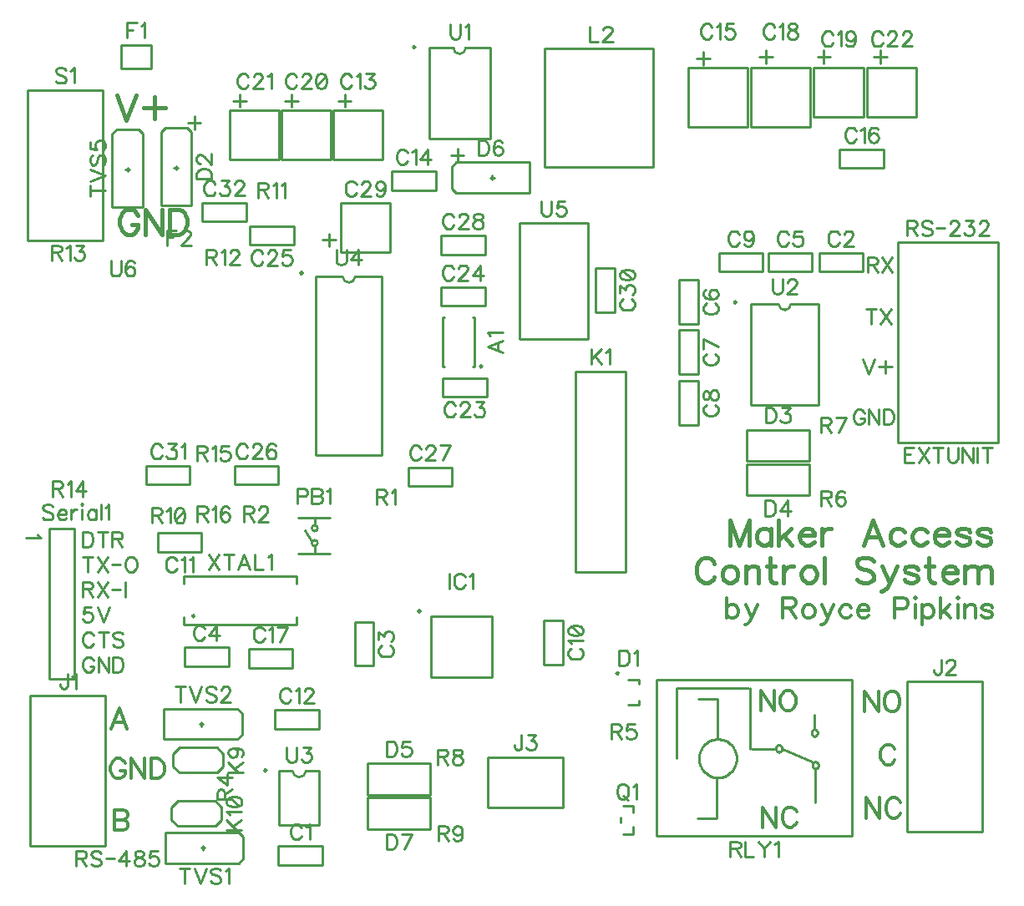
<source format=gbr>
G04 DipTrace 2.1.0.5*
%INTopSilk.gbr*%
%MOIN*%
%ADD10C,0.0098*%
%ADD11C,0.0055*%
%ADD12C,0.003*%
%ADD13C,0.0173*%
%ADD14C,0.04*%
%ADD15C,0.017*%
%ADD16C,0.01*%
%ADD17C,0.013*%
%ADD18C,0.0236*%
%ADD19C,0.015*%
%ADD20C,0.08*%
%ADD21R,0.0709X0.0669*%
%ADD22R,0.06X0.056*%
%ADD23R,0.056X0.06*%
%ADD24R,0.02X0.1181*%
%ADD25R,0.0295X0.1772*%
%ADD26R,0.1181X0.02*%
%ADD27R,0.0512X0.0335*%
%ADD28R,0.0906X0.0906*%
%ADD29R,0.07X0.03*%
%ADD30O,0.07X0.03*%
%ADD31C,0.09*%
%ADD32R,0.0394X0.0984*%
%ADD33C,0.0187*%
%ADD34R,0.0709X0.0197*%
%ADD35R,0.0197X0.0709*%
%ADD36R,0.059X0.059*%
%ADD37C,0.059*%
%ADD38R,0.0961X0.0445*%
%ADD39R,0.06X0.06*%
%ADD40C,0.06*%
%ADD41R,0.118X0.217*%
%ADD42R,0.1024X0.0551*%
%ADD43R,0.032X0.032*%
%ADD44R,0.0512X0.0591*%
%ADD45C,0.065*%
%ADD46C,0.118*%
%ADD47C,0.059*%
%ADD48R,0.0866X0.0236*%
%ADD49R,0.0925X0.0236*%
%ADD50R,0.0768X0.0236*%
%ADD51R,0.0394X0.063*%
%ADD52R,0.2165X0.2126*%
%ADD53R,0.2165X0.0787*%
%ADD54C,0.0866*%
%ADD55R,0.0315X0.0591*%
%ADD56R,0.0315X0.0787*%
%ADD57C,0.03*%
%ADD58C,0.02*%
%ADD59C,0.126*%
%ADD60C,0.118*%
%ADD61C,0.05*%
%ADD62C,0.035*%
%ADD63C,0.063*%
%ADD64C,0.008*%
%ADD65C,0.038*%
%ADD66C,0.022*%
%ADD67C,0.048*%
%ADD68C,0.032*%
%ADD69R,0.0395X0.0868*%
%ADD70R,0.0235X0.0707*%
%ADD71R,0.0395X0.0671*%
%ADD72R,0.0235X0.051*%
%ADD73C,0.0946*%
%ADD74C,0.0786*%
%ADD75R,0.2246X0.0868*%
%ADD76R,0.2085X0.0707*%
%ADD77R,0.2246X0.2206*%
%ADD78R,0.2085X0.2046*%
%ADD79R,0.0474X0.071*%
%ADD80R,0.0313X0.055*%
%ADD81R,0.0848X0.0317*%
%ADD82R,0.0687X0.0156*%
%ADD83R,0.1006X0.0317*%
%ADD84R,0.0845X0.0156*%
%ADD85R,0.0946X0.0317*%
%ADD86R,0.0786X0.0156*%
%ADD87C,0.067*%
%ADD88C,0.051*%
%ADD89C,0.126*%
%ADD90C,0.11*%
%ADD91C,0.073*%
%ADD92C,0.057*%
%ADD93R,0.0592X0.0671*%
%ADD94R,0.0431X0.051*%
%ADD95R,0.04X0.04*%
%ADD96R,0.024X0.024*%
%ADD97R,0.1104X0.0631*%
%ADD98R,0.0943X0.0471*%
%ADD99R,0.126X0.225*%
%ADD100R,0.11X0.209*%
%ADD101C,0.068*%
%ADD102C,0.052*%
%ADD103R,0.068X0.068*%
%ADD104R,0.052X0.052*%
%ADD105R,0.1041X0.0525*%
%ADD106R,0.088X0.0365*%
%ADD107C,0.067*%
%ADD108C,0.051*%
%ADD109R,0.067X0.067*%
%ADD110R,0.051X0.051*%
%ADD111R,0.0277X0.0789*%
%ADD112R,0.0117X0.0628*%
%ADD113R,0.0789X0.0277*%
%ADD114R,0.0628X0.0117*%
%ADD115R,0.0474X0.1065*%
%ADD116R,0.0313X0.0904*%
%ADD117C,0.098*%
%ADD118C,0.082*%
%ADD119O,0.078X0.038*%
%ADD120O,0.062X0.022*%
%ADD121R,0.078X0.038*%
%ADD122R,0.062X0.022*%
%ADD123R,0.0986X0.0986*%
%ADD124R,0.0825X0.0825*%
%ADD125R,0.0592X0.0415*%
%ADD126R,0.0431X0.0254*%
%ADD127R,0.1261X0.028*%
%ADD128R,0.1101X0.012*%
%ADD129R,0.0376X0.1852*%
%ADD130R,0.0215X0.1691*%
%ADD131R,0.028X0.1261*%
%ADD132R,0.012X0.1101*%
%ADD133R,0.064X0.068*%
%ADD134R,0.048X0.052*%
%ADD135R,0.068X0.064*%
%ADD136R,0.052X0.048*%
%ADD137R,0.0789X0.075*%
%ADD138R,0.0628X0.0589*%
%ADD139C,0.0093*%
%ADD140C,0.0154*%
%ADD141C,0.0124*%
%FSLAX44Y44*%
%SFA1B1*%
%OFA0B0*%
G04*
G70*
G90*
G75*
G01*
%LNTopSilk*%
%LPD*%
X18614Y21579D2*
D10*
G02X18614Y21579I0J-50D01*
G01*
X17160Y21506D2*
X17082D1*
Y23476D1*
X17160D2*
X17082D1*
X18341D2*
X18263D1*
X18341Y21506D2*
Y23476D1*
Y21506D2*
X18263D1*
X10512Y2376D2*
X12265D1*
Y1625D1*
X10512D1*
Y2376D1*
X32098Y26058D2*
X33851D1*
Y25307D1*
X32098D1*
Y26058D1*
X13563Y9575D2*
X14315D1*
Y11327D1*
X13563D1*
Y9575D1*
X6792Y10316D2*
X8545D1*
Y9565D1*
X6792D1*
Y10316D1*
X31826Y25307D2*
X30073D1*
Y26058D1*
X31826D1*
Y25307D1*
X27274Y24983D2*
X26523D1*
Y23231D1*
X27274D1*
Y24983D1*
Y22983D2*
X26523D1*
Y21230D1*
X27274D1*
Y22983D1*
X26523Y19193D2*
X27274D1*
Y20945D1*
X26523D1*
Y19193D1*
X28097Y26058D2*
X29850D1*
Y25307D1*
X28097D1*
Y26058D1*
X21127Y9637D2*
X21878D1*
Y11390D1*
X21127D1*
Y9637D1*
X5699Y14877D2*
X7452D1*
Y14126D1*
X5699D1*
Y14877D1*
X10387Y7814D2*
X12140D1*
Y7063D1*
X10387D1*
Y7814D1*
X14673Y31753D2*
X12705D1*
Y29785D1*
X14673D1*
Y31753D1*
X16803Y28565D2*
X15050D1*
Y29316D1*
X16803D1*
Y28565D1*
X29247Y33441D2*
X26884D1*
Y31079D1*
X29247D1*
Y33441D1*
X34680Y29440D2*
X32927D1*
Y30191D1*
X34680D1*
Y29440D1*
X11082Y9502D2*
X9330D1*
Y10253D1*
X11082D1*
Y9502D1*
X31747Y33441D2*
X29385D1*
Y31079D1*
X31747D1*
Y33441D1*
X33863D2*
X31894D1*
Y31473D1*
X33863D1*
Y33441D1*
X12610Y31753D2*
X10642D1*
Y29785D1*
X12610D1*
Y31753D1*
X10548D2*
X8579D1*
Y29785D1*
X10548D1*
Y31753D1*
X35988Y33441D2*
X34019D1*
Y31473D1*
X35988D1*
Y33441D1*
X17075Y21065D2*
X18828D1*
Y20314D1*
X17075D1*
Y21065D1*
X17013Y24691D2*
X18766D1*
Y23939D1*
X17013D1*
Y24691D1*
X9387Y27128D2*
X11140D1*
Y26377D1*
X9387D1*
Y27128D1*
X8762Y17565D2*
X10515D1*
Y16814D1*
X8762D1*
Y17565D1*
X15700Y17502D2*
X17453D1*
Y16751D1*
X15700D1*
Y17502D1*
X17013Y26753D2*
X18766D1*
Y26002D1*
X17013D1*
Y26753D1*
X13001Y28050D2*
X14970D1*
Y26081D1*
X13001D1*
Y28050D1*
X23189Y23701D2*
X23941D1*
Y25454D1*
X23189D1*
Y23701D1*
X24055Y9224D2*
G02X24055Y9224I0J49D01*
G01*
X24468Y8013D2*
X24920D1*
X24468Y9017D2*
X24920D1*
Y8839D1*
Y8191D2*
Y8013D1*
X5828Y27955D2*
Y30888D1*
X7048Y27955D2*
Y30888D1*
X6871Y31065D2*
X6005D1*
X5828Y30888D2*
X6005Y31065D1*
X7048Y30888D2*
X6871Y31065D1*
X7048Y27955D2*
X5828D1*
X6518Y29451D2*
X6359D1*
X6438Y29374D2*
Y29529D1*
X31715Y17751D2*
X29211D1*
Y19003D1*
X31715D1*
Y17751D1*
Y16376D2*
X29211D1*
Y17628D1*
X31715D1*
Y16376D1*
X16589Y4436D2*
X14085D1*
Y5688D1*
X16589D1*
Y4436D1*
X20550Y28455D2*
X17617D1*
X20550Y29676D2*
X17617D1*
X17440Y29499D2*
Y28632D1*
X17617Y28455D2*
X17440Y28632D1*
X17617Y29676D2*
X17440Y29499D1*
X20550Y29676D2*
Y28455D1*
X19054Y29145D2*
Y28986D1*
X19132Y29066D2*
X18976D1*
X16588Y3062D2*
X14085D1*
Y4314D1*
X16588D1*
Y3062D1*
X35254Y26503D2*
X39254D1*
Y18503D1*
X35254D1*
Y26503D1*
X4250Y34351D2*
X5432D1*
Y33406D1*
X4250D1*
Y34351D1*
X16604Y11556D2*
X19036D1*
Y9123D1*
X16604D1*
Y11556D1*
D33*
X16135Y11748D3*
X3625Y8376D2*
D10*
X625D1*
Y2376D1*
X3625D1*
Y8376D1*
X35618Y2951D2*
X38618D1*
Y8951D1*
X35618D1*
Y2951D1*
X19960Y3938D2*
X21877D1*
X18877D2*
X21877D1*
X18877Y5938D2*
X21877D1*
X18877Y3938D2*
Y5938D1*
X21877Y3938D2*
Y5938D1*
X22372Y13334D2*
X24372D1*
Y21334D1*
X22372D1*
Y13334D1*
X6563Y5313D2*
X8063D1*
X8313Y5563D1*
Y6063D1*
X8063Y6313D2*
X8313Y6063D1*
X6563Y6313D2*
X8063D1*
X6313Y6063D2*
X6563Y6313D1*
X6313Y5563D2*
Y6063D1*
Y5563D2*
X6563Y5313D1*
X6501Y3188D2*
X8001D1*
X8251Y3438D1*
Y3938D1*
X8001Y4188D2*
X8251Y3938D1*
X6501Y4188D2*
X8001D1*
X6251Y3938D2*
X6501Y4188D1*
X6251Y3438D2*
Y3938D1*
Y3438D2*
X6501Y3188D1*
X21159Y34222D2*
X25490D1*
Y29497D1*
X21159D1*
Y34222D1*
X11302Y15502D2*
X12562D1*
X11302Y14045D2*
X12562D1*
X11972Y15502D2*
Y15187D1*
Y14084D2*
Y14321D1*
X11853Y14478D2*
G02X11853Y14478I118J0D01*
G01*
Y15069D2*
G02X11853Y15069I118J0D01*
G01*
Y14557D2*
X11578Y14990D1*
X24677Y3986D2*
Y3706D1*
X24277Y3986D2*
X24677D1*
Y3146D2*
Y2866D1*
X24277D2*
X24677D1*
X24177Y3519D2*
Y3333D1*
X25616Y9012D2*
X33411D1*
Y2792D1*
X25616D1*
Y9012D1*
X30655Y6256D2*
X31797Y5744D1*
X31954Y4130D2*
Y5390D1*
X31915Y7634D2*
Y7122D1*
X27269Y8264D2*
X28056D1*
Y6650D1*
X27309Y5882D2*
X27311Y5936D1*
X27316Y5989D1*
X27325Y6042D1*
X27338Y6094D1*
X27354Y6145D1*
X27374Y6195D1*
X27396Y6243D1*
X27423Y6289D1*
X27452Y6334D1*
X27484Y6376D1*
X27519Y6416D1*
X27556Y6453D1*
X27596Y6487D1*
X27639Y6519D1*
X27683Y6547D1*
X27729Y6572D1*
X27777Y6594D1*
X27826Y6612D1*
X27876Y6627D1*
X27927Y6638D1*
X27979Y6646D1*
X28031Y6649D1*
X28083D1*
X28135Y6646D1*
X28187Y6638D1*
X28238Y6627D1*
X28288Y6612D1*
X28337Y6594D1*
X28385Y6572D1*
X28431Y6547D1*
X28475Y6519D1*
X28517Y6487D1*
X28557Y6453D1*
X28595Y6416D1*
X28630Y6376D1*
X28662Y6334D1*
X28691Y6289D1*
X28717Y6243D1*
X28740Y6195D1*
X28760Y6145D1*
X28776Y6094D1*
X28788Y6042D1*
X28798Y5989D1*
X28803Y5936D1*
X28805Y5882D1*
X28803Y5829D1*
X28798Y5775D1*
X28788Y5723D1*
X28776Y5671D1*
X28760Y5620D1*
X28740Y5570D1*
X28717Y5522D1*
X28691Y5476D1*
X28662Y5431D1*
X28630Y5389D1*
X28595Y5349D1*
X28557Y5312D1*
X28517Y5277D1*
X28475Y5246D1*
X28431Y5218D1*
X28385Y5192D1*
X28337Y5171D1*
X28288Y5152D1*
X28238Y5137D1*
X28187Y5126D1*
X28135Y5119D1*
X28083Y5115D1*
X28031D1*
X27979Y5119D1*
X27927Y5126D1*
X27876Y5137D1*
X27826Y5152D1*
X27777Y5171D1*
X27729Y5192D1*
X27683Y5218D1*
X27639Y5246D1*
X27596Y5277D1*
X27556Y5312D1*
X27519Y5349D1*
X27484Y5389D1*
X27452Y5431D1*
X27423Y5476D1*
X27396Y5522D1*
X27374Y5570D1*
X27354Y5620D1*
X27338Y5671D1*
X27325Y5723D1*
X27316Y5775D1*
X27311Y5829D1*
X27309Y5882D1*
X28017Y5115D2*
Y3501D1*
X27230D1*
X26403Y5902D2*
Y8697D1*
X29277D1*
X29356D2*
Y6256D1*
X29395D2*
X30301D1*
X31797Y6906D2*
Y6915D1*
X31798Y6925D1*
X31799Y6934D1*
X31801Y6944D1*
X31804Y6953D1*
X31807Y6962D1*
X31810Y6970D1*
X31815Y6979D1*
X31819Y6987D1*
X31824Y6994D1*
X31830Y7001D1*
X31836Y7008D1*
X31842Y7014D1*
X31849Y7020D1*
X31856Y7025D1*
X31863Y7030D1*
X31870Y7033D1*
X31878Y7037D1*
X31886Y7039D1*
X31894Y7041D1*
X31902Y7043D1*
X31911D1*
X31919D1*
X31927D1*
X31935Y7041D1*
X31943Y7039D1*
X31951Y7037D1*
X31959Y7033D1*
X31966Y7030D1*
X31974Y7025D1*
X31981Y7020D1*
X31987Y7014D1*
X31994Y7008D1*
X32000Y7001D1*
X32005Y6994D1*
X32010Y6987D1*
X32015Y6979D1*
X32019Y6970D1*
X32023Y6962D1*
X32026Y6953D1*
X32028Y6944D1*
X32030Y6934D1*
X32032Y6925D1*
X32033Y6915D1*
Y6906D1*
Y6896D1*
X32032Y6887D1*
X32030Y6877D1*
X32028Y6868D1*
X32026Y6859D1*
X32023Y6850D1*
X32019Y6841D1*
X32015Y6833D1*
X32010Y6825D1*
X32005Y6817D1*
X32000Y6810D1*
X31994Y6803D1*
X31987Y6797D1*
X31981Y6792D1*
X31974Y6786D1*
X31966Y6782D1*
X31959Y6778D1*
X31951Y6775D1*
X31943Y6772D1*
X31935Y6770D1*
X31927Y6769D1*
X31919Y6768D1*
X31911D1*
X31902Y6769D1*
X31894Y6770D1*
X31886Y6772D1*
X31878Y6775D1*
X31870Y6778D1*
X31863Y6782D1*
X31856Y6786D1*
X31849Y6792D1*
X31842Y6797D1*
X31836Y6803D1*
X31830Y6810D1*
X31824Y6817D1*
X31819Y6825D1*
X31815Y6833D1*
X31810Y6841D1*
X31807Y6850D1*
X31804Y6859D1*
X31801Y6868D1*
X31799Y6877D1*
X31798Y6887D1*
X31797Y6896D1*
Y6906D1*
X30379Y6276D2*
X30380Y6286D1*
X30381Y6295D1*
X30382Y6305D1*
X30384Y6314D1*
X30387Y6323D1*
X30390Y6332D1*
X30393Y6341D1*
X30397Y6349D1*
X30402Y6357D1*
X30407Y6365D1*
X30413Y6372D1*
X30419Y6378D1*
X30425Y6385D1*
X30431Y6390D1*
X30438Y6395D1*
X30446Y6400D1*
X30453Y6404D1*
X30461Y6407D1*
X30469Y6410D1*
X30477Y6412D1*
X30485Y6413D1*
X30493Y6414D1*
X30502D1*
X30510Y6413D1*
X30518Y6412D1*
X30526Y6410D1*
X30534Y6407D1*
X30542Y6404D1*
X30549Y6400D1*
X30557Y6395D1*
X30564Y6390D1*
X30570Y6385D1*
X30577Y6378D1*
X30582Y6372D1*
X30588Y6365D1*
X30593Y6357D1*
X30598Y6349D1*
X30602Y6341D1*
X30605Y6332D1*
X30609Y6323D1*
X30611Y6314D1*
X30613Y6305D1*
X30614Y6295D1*
X30615Y6286D1*
X30616Y6276D1*
X30615Y6267D1*
X30614Y6257D1*
X30613Y6247D1*
X30611Y6238D1*
X30609Y6229D1*
X30605Y6220D1*
X30602Y6211D1*
X30598Y6203D1*
X30593Y6195D1*
X30588Y6188D1*
X30582Y6180D1*
X30577Y6174D1*
X30570Y6168D1*
X30564Y6162D1*
X30557Y6157D1*
X30549Y6152D1*
X30542Y6148D1*
X30534Y6145D1*
X30526Y6142D1*
X30518Y6140D1*
X30510Y6139D1*
X30502Y6138D1*
X30493D1*
X30485Y6139D1*
X30477Y6140D1*
X30469Y6142D1*
X30461Y6145D1*
X30453Y6148D1*
X30446Y6152D1*
X30438Y6157D1*
X30431Y6162D1*
X30425Y6168D1*
X30419Y6174D1*
X30413Y6180D1*
X30407Y6188D1*
X30402Y6195D1*
X30397Y6203D1*
X30393Y6211D1*
X30390Y6220D1*
X30387Y6229D1*
X30384Y6238D1*
X30382Y6247D1*
X30381Y6257D1*
X30380Y6267D1*
X30379Y6276D1*
X31836Y5607D2*
X31837Y5616D1*
X31838Y5626D1*
X31839Y5635D1*
X31841Y5645D1*
X31844Y5654D1*
X31847Y5663D1*
X31850Y5671D1*
X31854Y5680D1*
X31859Y5687D1*
X31864Y5695D1*
X31870Y5702D1*
X31875Y5709D1*
X31882Y5715D1*
X31888Y5721D1*
X31895Y5726D1*
X31903Y5730D1*
X31910Y5734D1*
X31918Y5738D1*
X31926Y5740D1*
X31934Y5742D1*
X31942Y5744D1*
X31950D1*
X31959D1*
X31967D1*
X31975Y5742D1*
X31983Y5740D1*
X31991Y5738D1*
X31999Y5734D1*
X32006Y5730D1*
X32014Y5726D1*
X32021Y5721D1*
X32027Y5715D1*
X32033Y5709D1*
X32039Y5702D1*
X32045Y5695D1*
X32050Y5687D1*
X32055Y5680D1*
X32059Y5671D1*
X32062Y5663D1*
X32065Y5654D1*
X32068Y5645D1*
X32070Y5635D1*
X32071Y5626D1*
X32072Y5616D1*
X32073Y5607D1*
X32072Y5597D1*
X32071Y5587D1*
X32070Y5578D1*
X32068Y5569D1*
X32065Y5559D1*
X32062Y5551D1*
X32059Y5542D1*
X32055Y5534D1*
X32050Y5526D1*
X32045Y5518D1*
X32039Y5511D1*
X32033Y5504D1*
X32027Y5498D1*
X32021Y5492D1*
X32014Y5487D1*
X32006Y5483D1*
X31999Y5479D1*
X31991Y5476D1*
X31983Y5473D1*
X31975Y5471D1*
X31967Y5470D1*
X31959Y5469D1*
X31950D1*
X31942Y5470D1*
X31934Y5471D1*
X31926Y5473D1*
X31918Y5476D1*
X31910Y5479D1*
X31903Y5483D1*
X31895Y5487D1*
X31888Y5492D1*
X31882Y5498D1*
X31875Y5504D1*
X31870Y5511D1*
X31864Y5518D1*
X31859Y5526D1*
X31854Y5534D1*
X31850Y5542D1*
X31847Y5551D1*
X31844Y5559D1*
X31841Y5569D1*
X31839Y5578D1*
X31838Y5587D1*
X31837Y5597D1*
X31836Y5607D1*
X3500Y32566D2*
X500D1*
Y26566D1*
X3500D1*
Y32566D1*
X2375Y15064D2*
X1375D1*
Y9064D1*
X2375D1*
Y15064D1*
X6015Y2923D2*
X8948D1*
X6015Y1703D2*
X8948D1*
X9126Y1879D2*
Y2746D1*
X8948Y2923D2*
X9126Y2746D1*
X8948Y1703D2*
X9126Y1879D1*
X6015Y1703D2*
Y2923D1*
X7511Y2233D2*
Y2392D1*
X7434Y2313D2*
X7589D1*
X5953Y7861D2*
X8886D1*
X5953Y6641D2*
X8886D1*
X9063Y6817D2*
Y7684D1*
X8886Y7861D2*
X9063Y7684D1*
X8886Y6641D2*
X9063Y6817D1*
X5953Y6641D2*
Y7861D1*
X7449Y7171D2*
Y7330D1*
X7371Y7251D2*
X7527D1*
X3890Y27893D2*
Y30826D1*
X5111Y27893D2*
Y30826D1*
X4934Y31003D2*
X4067D1*
X3890Y30826D2*
X4067Y31003D1*
X5111Y30826D2*
X4934Y31003D1*
X5111Y27893D2*
X3890D1*
X4580Y29389D2*
X4421D1*
X4500Y29311D2*
Y29467D1*
X17499Y34251D2*
G03X18002Y34251I251J4D01*
G01*
X15937Y34225D2*
G02X15937Y34225I0J50D01*
G01*
X18971Y34251D2*
Y30630D1*
X16529Y34251D2*
Y30630D1*
X18971D1*
X18002Y34251D2*
X18971D1*
X16529D2*
X17499D1*
X30482Y24028D2*
G03X30980Y24028I249J-1D01*
G01*
X28754Y24036D2*
G02X28754Y24036I0J50D01*
G01*
X32089Y24028D2*
Y19975D1*
X29374Y24028D2*
Y19975D1*
X32089D1*
X30980Y24028D2*
X32089D1*
X29374D2*
X30482D1*
X10000Y5352D2*
G02X10000Y5352I0J50D01*
G01*
X12156Y5395D2*
Y3229D1*
X10543Y5395D2*
Y3229D1*
X12156D1*
X11619Y5395D2*
X12156D1*
X10543D2*
X11080D1*
Y5393D2*
G03X11622Y5386I271J10D01*
G01*
X13086Y25124D2*
G03X13590Y25124I252J5D01*
G01*
X11495Y25247D2*
G02X11495Y25247I-58J0D01*
G01*
X14649Y18002D2*
Y25124D1*
X12027Y18002D2*
Y25124D1*
Y18002D2*
X14649D1*
X13590Y25124D2*
X14649D1*
X12027D2*
X13086D1*
X22890Y27248D2*
X20136D1*
X22890Y22616D2*
Y27248D1*
X20136Y22616D2*
Y27248D1*
Y22616D2*
X22890D1*
X7177Y11558D2*
G02X7177Y11558I-50J0D01*
G01*
X6752Y12858D2*
Y13153D1*
X11240Y11224D2*
Y11519D1*
X6752Y11224D2*
X11240D1*
X6752D2*
Y11519D1*
X11240Y12858D2*
Y13153D1*
X6752D2*
X11240D1*
X6990Y16814D2*
X5237D1*
Y17565D1*
X6990D1*
Y16814D1*
X9240Y27315D2*
X7487D1*
Y28066D1*
X9240D1*
Y27315D1*
X19470Y22556D2*
D139*
X18867Y22326D1*
D2*
X19470Y22096D1*
X19269Y22183D2*
Y22470D1*
X18982Y22741D2*
X18953Y22799D1*
D2*
X18867Y22885D1*
D2*
X19470D1*
X11439Y3111D2*
X11411Y3168D1*
D2*
X11353Y3226D1*
D2*
X11296Y3254D1*
D2*
X11181D1*
D2*
X11124Y3226D1*
D2*
X11067Y3168D1*
D2*
X11037Y3111D1*
D2*
X11009Y3025D1*
D2*
Y2881D1*
D2*
X11037Y2796D1*
D2*
X11067Y2738D1*
D2*
X11124Y2681D1*
D2*
X11181Y2652D1*
D2*
X11296D1*
D2*
X11353Y2681D1*
D2*
X11411Y2738D1*
D2*
X11439Y2796D1*
X11625Y3139D2*
X11682Y3168D1*
D2*
X11768Y3254D1*
D2*
Y2652D1*
X32896Y26793D2*
X32867Y26850D1*
D2*
X32810Y26908D1*
D2*
X32753Y26936D1*
D2*
X32638D1*
D2*
X32580Y26908D1*
D2*
X32523Y26850D1*
D2*
X32494Y26793D1*
D2*
X32465Y26707D1*
D2*
Y26563D1*
D2*
X32494Y26477D1*
D2*
X32523Y26420D1*
D2*
X32580Y26363D1*
D2*
X32638Y26334D1*
D2*
X32753D1*
D2*
X32810Y26363D1*
D2*
X32867Y26420D1*
D2*
X32896Y26477D1*
X33110Y26792D2*
Y26821D1*
D2*
X33139Y26879D1*
D2*
X33167Y26907D1*
D2*
X33225Y26936D1*
D2*
X33340D1*
D2*
X33397Y26907D1*
D2*
X33425Y26879D1*
D2*
X33455Y26821D1*
D2*
Y26764D1*
D2*
X33425Y26706D1*
D2*
X33368Y26621D1*
D2*
X33081Y26334D1*
D2*
X33483D1*
X14661Y10373D2*
X14604Y10344D1*
D2*
X14547Y10286D1*
D2*
X14518Y10229D1*
D2*
Y10115D1*
D2*
X14547Y10057D1*
D2*
X14604Y10000D1*
D2*
X14661Y9971D1*
D2*
X14748Y9942D1*
D2*
X14891D1*
D2*
X14977Y9971D1*
D2*
X15035Y10000D1*
D2*
X15092Y10057D1*
D2*
X15121Y10115D1*
D2*
Y10229D1*
D2*
X15092Y10286D1*
D2*
X15035Y10344D1*
D2*
X14977Y10373D1*
X14519Y10616D2*
Y10931D1*
D2*
X14748Y10759D1*
D2*
Y10845D1*
D2*
X14777Y10902D1*
D2*
X14805Y10931D1*
D2*
X14891Y10960D1*
D2*
X14948D1*
D2*
X15035Y10931D1*
D2*
X15092Y10874D1*
D2*
X15121Y10787D1*
D2*
Y10701D1*
D2*
X15092Y10616D1*
D2*
X15063Y10587D1*
D2*
X15006Y10558D1*
X7576Y11051D2*
X7547Y11108D1*
D2*
X7489Y11166D1*
D2*
X7432Y11194D1*
D2*
X7318D1*
D2*
X7260Y11166D1*
D2*
X7203Y11108D1*
D2*
X7174Y11051D1*
D2*
X7145Y10965D1*
D2*
Y10821D1*
D2*
X7174Y10736D1*
D2*
X7203Y10678D1*
D2*
X7260Y10621D1*
D2*
X7318Y10592D1*
D2*
X7432D1*
D2*
X7489Y10621D1*
D2*
X7547Y10678D1*
D2*
X7576Y10736D1*
X8048Y10592D2*
Y11194D1*
D2*
X7761Y10793D1*
D2*
X8191D1*
X30871Y26793D2*
X30842Y26850D1*
D2*
X30785Y26908D1*
D2*
X30728Y26936D1*
D2*
X30613D1*
D2*
X30555Y26908D1*
D2*
X30498Y26850D1*
D2*
X30469Y26793D1*
D2*
X30440Y26707D1*
D2*
Y26563D1*
D2*
X30469Y26477D1*
D2*
X30498Y26420D1*
D2*
X30555Y26363D1*
D2*
X30613Y26334D1*
D2*
X30728D1*
D2*
X30785Y26363D1*
D2*
X30842Y26420D1*
D2*
X30871Y26477D1*
X31400Y26936D2*
X31114D1*
D2*
X31085Y26678D1*
D2*
X31114Y26706D1*
D2*
X31200Y26735D1*
D2*
X31286D1*
D2*
X31372Y26706D1*
D2*
X31429Y26649D1*
D2*
X31458Y26563D1*
D2*
Y26506D1*
D2*
X31429Y26420D1*
D2*
X31372Y26362D1*
D2*
X31286Y26334D1*
D2*
X31200D1*
D2*
X31114Y26362D1*
D2*
X31085Y26391D1*
D2*
X31056Y26448D1*
X27621Y24043D2*
X27564Y24015D1*
D2*
X27506Y23957D1*
D2*
X27478Y23900D1*
D2*
Y23785D1*
D2*
X27506Y23728D1*
D2*
X27564Y23670D1*
D2*
X27621Y23641D1*
D2*
X27707Y23613D1*
D2*
X27851D1*
D2*
X27937Y23641D1*
D2*
X27994Y23670D1*
D2*
X28051Y23728D1*
D2*
X28081Y23785D1*
D2*
Y23900D1*
D2*
X28051Y23957D1*
D2*
X27994Y24015D1*
D2*
X27937Y24043D1*
X27564Y24573D2*
X27507Y24544D1*
D2*
X27478Y24458D1*
D2*
Y24401D1*
D2*
X27507Y24315D1*
D2*
X27593Y24257D1*
D2*
X27736Y24228D1*
D2*
X27880D1*
D2*
X27994Y24257D1*
D2*
X28052Y24315D1*
D2*
X28081Y24401D1*
D2*
Y24429D1*
D2*
X28052Y24515D1*
D2*
X27994Y24573D1*
D2*
X27908Y24601D1*
D2*
X27880D1*
D2*
X27793Y24573D1*
D2*
X27736Y24515D1*
D2*
X27708Y24429D1*
D2*
Y24401D1*
D2*
X27736Y24315D1*
D2*
X27793Y24257D1*
D2*
X27880Y24228D1*
X27621Y22028D2*
X27564Y22000D1*
D2*
X27506Y21942D1*
D2*
X27478Y21885D1*
D2*
Y21770D1*
D2*
X27506Y21713D1*
D2*
X27564Y21656D1*
D2*
X27621Y21626D1*
D2*
X27707Y21598D1*
D2*
X27851D1*
D2*
X27937Y21626D1*
D2*
X27994Y21656D1*
D2*
X28051Y21713D1*
D2*
X28081Y21770D1*
D2*
Y21885D1*
D2*
X28051Y21942D1*
D2*
X27994Y22000D1*
D2*
X27937Y22028D1*
X28081Y22328D2*
X27478Y22616D1*
D2*
Y22214D1*
X27621Y19991D2*
X27564Y19962D1*
D2*
X27506Y19905D1*
D2*
X27478Y19848D1*
D2*
Y19733D1*
D2*
X27506Y19675D1*
D2*
X27564Y19618D1*
D2*
X27621Y19589D1*
D2*
X27707Y19560D1*
D2*
X27851D1*
D2*
X27937Y19589D1*
D2*
X27994Y19618D1*
D2*
X28051Y19675D1*
D2*
X28081Y19733D1*
D2*
Y19848D1*
D2*
X28051Y19905D1*
D2*
X27994Y19962D1*
D2*
X27937Y19991D1*
X27478Y20319D2*
X27507Y20234D1*
D2*
X27564Y20205D1*
D2*
X27622D1*
D2*
X27679Y20234D1*
D2*
X27708Y20291D1*
D2*
X27736Y20406D1*
D2*
X27765Y20492D1*
D2*
X27823Y20549D1*
D2*
X27880Y20577D1*
D2*
X27966D1*
D2*
X28023Y20549D1*
D2*
X28052Y20520D1*
D2*
X28081Y20434D1*
D2*
Y20319D1*
D2*
X28052Y20234D1*
D2*
X28023Y20205D1*
D2*
X27966Y20176D1*
D2*
X27880D1*
D2*
X27823Y20205D1*
D2*
X27765Y20262D1*
D2*
X27736Y20348D1*
D2*
X27708Y20463D1*
D2*
X27679Y20520D1*
D2*
X27622Y20549D1*
D2*
X27564D1*
D2*
X27507Y20520D1*
D2*
X27478Y20434D1*
D2*
Y20319D1*
X28910Y26793D2*
X28881Y26850D1*
D2*
X28824Y26908D1*
D2*
X28766Y26936D1*
D2*
X28652D1*
D2*
X28594Y26908D1*
D2*
X28537Y26850D1*
D2*
X28508Y26793D1*
D2*
X28479Y26707D1*
D2*
Y26563D1*
D2*
X28508Y26477D1*
D2*
X28537Y26420D1*
D2*
X28594Y26363D1*
D2*
X28652Y26334D1*
D2*
X28766D1*
D2*
X28824Y26363D1*
D2*
X28881Y26420D1*
D2*
X28910Y26477D1*
X29468Y26735D2*
X29439Y26649D1*
D2*
X29382Y26591D1*
D2*
X29296Y26563D1*
D2*
X29267D1*
D2*
X29181Y26591D1*
D2*
X29124Y26649D1*
D2*
X29095Y26735D1*
D2*
Y26764D1*
D2*
X29124Y26850D1*
D2*
X29181Y26907D1*
D2*
X29267Y26936D1*
D2*
X29296D1*
D2*
X29382Y26907D1*
D2*
X29439Y26850D1*
D2*
X29468Y26735D1*
D2*
Y26591D1*
D2*
X29439Y26448D1*
D2*
X29382Y26362D1*
D2*
X29296Y26334D1*
D2*
X29239D1*
D2*
X29153Y26362D1*
D2*
X29124Y26420D1*
X22225Y10271D2*
X22168Y10242D1*
D2*
X22110Y10184D1*
D2*
X22081Y10127D1*
D2*
Y10013D1*
D2*
X22110Y9955D1*
D2*
X22168Y9898D1*
D2*
X22225Y9869D1*
D2*
X22311Y9840D1*
D2*
X22455D1*
D2*
X22540Y9869D1*
D2*
X22598Y9898D1*
D2*
X22655Y9955D1*
D2*
X22684Y10013D1*
D2*
Y10127D1*
D2*
X22655Y10184D1*
D2*
X22598Y10242D1*
D2*
X22540Y10271D1*
X22197Y10456D2*
X22168Y10514D1*
D2*
X22082Y10600D1*
D2*
X22684D1*
X22082Y10957D2*
X22111Y10871D1*
D2*
X22197Y10814D1*
D2*
X22340Y10785D1*
D2*
X22426D1*
D2*
X22569Y10814D1*
D2*
X22656Y10871D1*
D2*
X22684Y10957D1*
D2*
Y11015D1*
D2*
X22656Y11101D1*
D2*
X22569Y11158D1*
D2*
X22426Y11187D1*
D2*
X22340D1*
D2*
X22197Y11158D1*
D2*
X22111Y11101D1*
D2*
X22082Y11015D1*
D2*
Y10957D1*
X22197Y11158D2*
X22569Y10814D1*
X6462Y13779D2*
X6433Y13836D1*
D2*
X6375Y13894D1*
D2*
X6318Y13922D1*
D2*
X6204D1*
D2*
X6146Y13894D1*
D2*
X6089Y13836D1*
D2*
X6060Y13779D1*
D2*
X6031Y13693D1*
D2*
Y13549D1*
D2*
X6060Y13463D1*
D2*
X6089Y13406D1*
D2*
X6146Y13349D1*
D2*
X6204Y13320D1*
D2*
X6318D1*
D2*
X6375Y13349D1*
D2*
X6433Y13406D1*
D2*
X6462Y13463D1*
X6647Y13807D2*
X6705Y13836D1*
D2*
X6791Y13922D1*
D2*
Y13320D1*
X6976Y13807D2*
X7034Y13836D1*
D2*
X7120Y13922D1*
D2*
Y13320D1*
X11021Y8549D2*
X10992Y8606D1*
D2*
X10934Y8664D1*
D2*
X10877Y8693D1*
D2*
X10763D1*
D2*
X10705Y8664D1*
D2*
X10648Y8606D1*
D2*
X10619Y8549D1*
D2*
X10590Y8463D1*
D2*
Y8319D1*
D2*
X10619Y8234D1*
D2*
X10648Y8176D1*
D2*
X10705Y8119D1*
D2*
X10763Y8090D1*
D2*
X10877D1*
D2*
X10934Y8119D1*
D2*
X10992Y8176D1*
D2*
X11021Y8234D1*
X11206Y8577D2*
X11264Y8606D1*
D2*
X11350Y8692D1*
D2*
Y8090D1*
X11564Y8549D2*
Y8577D1*
D2*
X11593Y8635D1*
D2*
X11621Y8663D1*
D2*
X11679Y8692D1*
D2*
X11794D1*
D2*
X11851Y8663D1*
D2*
X11879Y8635D1*
D2*
X11909Y8577D1*
D2*
Y8520D1*
D2*
X11879Y8462D1*
D2*
X11822Y8377D1*
D2*
X11535Y8090D1*
D2*
X11937D1*
X13446Y33079D2*
X13417Y33136D1*
D2*
X13360Y33194D1*
D2*
X13303Y33223D1*
D2*
X13188D1*
D2*
X13130Y33194D1*
D2*
X13073Y33136D1*
D2*
X13044Y33079D1*
D2*
X13016Y32993D1*
D2*
Y32849D1*
D2*
X13044Y32764D1*
D2*
X13073Y32706D1*
D2*
X13130Y32649D1*
D2*
X13188Y32620D1*
D2*
X13303D1*
D2*
X13360Y32649D1*
D2*
X13417Y32706D1*
D2*
X13446Y32764D1*
X13631Y33107D2*
X13689Y33136D1*
D2*
X13775Y33222D1*
D2*
Y32620D1*
X14018Y33222D2*
X14333D1*
D2*
X14161Y32992D1*
D2*
X14248D1*
D2*
X14305Y32964D1*
D2*
X14333Y32935D1*
D2*
X14362Y32849D1*
D2*
Y32792D1*
D2*
X14333Y32706D1*
D2*
X14276Y32648D1*
D2*
X14190Y32620D1*
D2*
X14104D1*
D2*
X14018Y32648D1*
D2*
X13990Y32677D1*
D2*
X13960Y32734D1*
X15669Y30052D2*
X15641Y30109D1*
D2*
X15583Y30166D1*
D2*
X15526Y30195D1*
D2*
X15411D1*
D2*
X15354Y30166D1*
D2*
X15297Y30109D1*
D2*
X15268Y30052D1*
D2*
X15239Y29965D1*
D2*
Y29821D1*
D2*
X15268Y29736D1*
D2*
X15297Y29678D1*
D2*
X15354Y29621D1*
D2*
X15411Y29592D1*
D2*
X15526D1*
D2*
X15583Y29621D1*
D2*
X15641Y29678D1*
D2*
X15669Y29736D1*
X15855Y30079D2*
X15912Y30109D1*
D2*
X15999Y30194D1*
D2*
Y29592D1*
X16471D2*
Y30194D1*
D2*
X16184Y29793D1*
D2*
X16614D1*
X27822Y35062D2*
X27794Y35119D1*
D2*
X27736Y35177D1*
D2*
X27679Y35206D1*
D2*
X27564D1*
D2*
X27507Y35177D1*
D2*
X27450Y35119D1*
D2*
X27421Y35062D1*
D2*
X27392Y34976D1*
D2*
Y34832D1*
D2*
X27421Y34747D1*
D2*
X27450Y34689D1*
D2*
X27507Y34632D1*
D2*
X27564Y34603D1*
D2*
X27679D1*
D2*
X27736Y34632D1*
D2*
X27794Y34689D1*
D2*
X27822Y34747D1*
X28008Y35090D2*
X28065Y35119D1*
D2*
X28152Y35205D1*
D2*
Y34603D1*
X28681Y35205D2*
X28395D1*
D2*
X28366Y34947D1*
D2*
X28395Y34975D1*
D2*
X28481Y35005D1*
D2*
X28566D1*
D2*
X28653Y34975D1*
D2*
X28710Y34918D1*
D2*
X28739Y34832D1*
D2*
Y34775D1*
D2*
X28710Y34689D1*
D2*
X28653Y34631D1*
D2*
X28566Y34603D1*
D2*
X28481D1*
D2*
X28395Y34631D1*
D2*
X28366Y34660D1*
D2*
X28337Y34717D1*
X33575Y30927D2*
X33547Y30984D1*
D2*
X33489Y31041D1*
D2*
X33432Y31070D1*
D2*
X33317D1*
D2*
X33260Y31041D1*
D2*
X33202Y30984D1*
D2*
X33173Y30927D1*
D2*
X33145Y30840D1*
D2*
Y30696D1*
D2*
X33173Y30611D1*
D2*
X33202Y30553D1*
D2*
X33260Y30496D1*
D2*
X33317Y30467D1*
D2*
X33432D1*
D2*
X33489Y30496D1*
D2*
X33547Y30553D1*
D2*
X33575Y30611D1*
X33760Y30954D2*
X33818Y30984D1*
D2*
X33904Y31069D1*
D2*
Y30467D1*
X34434Y30984D2*
X34405Y31041D1*
D2*
X34319Y31069D1*
D2*
X34262D1*
D2*
X34176Y31041D1*
D2*
X34118Y30954D1*
D2*
X34090Y30811D1*
D2*
Y30668D1*
D2*
X34118Y30553D1*
D2*
X34176Y30496D1*
D2*
X34262Y30467D1*
D2*
X34291D1*
D2*
X34376Y30496D1*
D2*
X34434Y30553D1*
D2*
X34462Y30639D1*
D2*
Y30668D1*
D2*
X34434Y30754D1*
D2*
X34376Y30811D1*
D2*
X34291Y30840D1*
D2*
X34262D1*
D2*
X34176Y30811D1*
D2*
X34118Y30754D1*
D2*
X34090Y30668D1*
X9963Y10989D2*
X9935Y11046D1*
D2*
X9877Y11103D1*
D2*
X9820Y11132D1*
D2*
X9705D1*
D2*
X9647Y11103D1*
D2*
X9590Y11046D1*
D2*
X9561Y10989D1*
D2*
X9533Y10902D1*
D2*
Y10759D1*
D2*
X9561Y10673D1*
D2*
X9590Y10615D1*
D2*
X9647Y10558D1*
D2*
X9705Y10529D1*
D2*
X9820D1*
D2*
X9877Y10558D1*
D2*
X9935Y10615D1*
D2*
X9963Y10673D1*
X10148Y11017D2*
X10206Y11046D1*
D2*
X10292Y11131D1*
D2*
Y10529D1*
X10592D2*
X10879Y11131D1*
D2*
X10478D1*
X30323Y35062D2*
X30295Y35119D1*
D2*
X30237Y35177D1*
D2*
X30180Y35206D1*
D2*
X30065D1*
D2*
X30007Y35177D1*
D2*
X29950Y35119D1*
D2*
X29921Y35062D1*
D2*
X29893Y34976D1*
D2*
Y34832D1*
D2*
X29921Y34747D1*
D2*
X29950Y34689D1*
D2*
X30007Y34632D1*
D2*
X30065Y34603D1*
D2*
X30180D1*
D2*
X30237Y34632D1*
D2*
X30295Y34689D1*
D2*
X30323Y34747D1*
X30508Y35090D2*
X30566Y35119D1*
D2*
X30652Y35205D1*
D2*
Y34603D1*
X30981Y35205D2*
X30895Y35176D1*
D2*
X30866Y35119D1*
D2*
Y35062D1*
D2*
X30895Y35005D1*
D2*
X30952Y34975D1*
D2*
X31067Y34947D1*
D2*
X31153Y34918D1*
D2*
X31210Y34861D1*
D2*
X31239Y34804D1*
D2*
Y34717D1*
D2*
X31210Y34660D1*
D2*
X31182Y34631D1*
D2*
X31096Y34603D1*
D2*
X30981D1*
D2*
X30895Y34631D1*
D2*
X30866Y34660D1*
D2*
X30838Y34717D1*
D2*
Y34804D1*
D2*
X30866Y34861D1*
D2*
X30924Y34918D1*
D2*
X31009Y34947D1*
D2*
X31124Y34975D1*
D2*
X31182Y35005D1*
D2*
X31210Y35062D1*
D2*
Y35119D1*
D2*
X31182Y35176D1*
D2*
X31096Y35205D1*
D2*
X30981D1*
X32650Y34767D2*
X32621Y34824D1*
D2*
X32564Y34882D1*
D2*
X32506Y34910D1*
D2*
X32392D1*
D2*
X32334Y34882D1*
D2*
X32277Y34824D1*
D2*
X32248Y34767D1*
D2*
X32219Y34681D1*
D2*
Y34537D1*
D2*
X32248Y34451D1*
D2*
X32277Y34394D1*
D2*
X32334Y34337D1*
D2*
X32392Y34307D1*
D2*
X32506D1*
D2*
X32564Y34337D1*
D2*
X32621Y34394D1*
D2*
X32650Y34451D1*
X32835Y34795D2*
X32893Y34824D1*
D2*
X32979Y34910D1*
D2*
Y34307D1*
X33538Y34709D2*
X33508Y34623D1*
D2*
X33451Y34565D1*
D2*
X33365Y34537D1*
D2*
X33337D1*
D2*
X33250Y34565D1*
D2*
X33193Y34623D1*
D2*
X33164Y34709D1*
D2*
Y34738D1*
D2*
X33193Y34824D1*
D2*
X33250Y34881D1*
D2*
X33337Y34910D1*
D2*
X33365D1*
D2*
X33451Y34881D1*
D2*
X33508Y34824D1*
D2*
X33538Y34709D1*
D2*
Y34565D1*
D2*
X33508Y34422D1*
D2*
X33451Y34336D1*
D2*
X33365Y34307D1*
D2*
X33308D1*
D2*
X33222Y34336D1*
D2*
X33193Y34394D1*
X11254Y33079D2*
X11226Y33136D1*
D2*
X11168Y33194D1*
D2*
X11111Y33223D1*
D2*
X10996D1*
D2*
X10939Y33194D1*
D2*
X10882Y33136D1*
D2*
X10852Y33079D1*
D2*
X10824Y32993D1*
D2*
Y32849D1*
D2*
X10852Y32764D1*
D2*
X10882Y32706D1*
D2*
X10939Y32649D1*
D2*
X10996Y32620D1*
D2*
X11111D1*
D2*
X11168Y32649D1*
D2*
X11226Y32706D1*
D2*
X11254Y32764D1*
X11469Y33079D2*
Y33107D1*
D2*
X11497Y33165D1*
D2*
X11526Y33193D1*
D2*
X11583Y33222D1*
D2*
X11698D1*
D2*
X11755Y33193D1*
D2*
X11784Y33165D1*
D2*
X11813Y33107D1*
D2*
Y33050D1*
D2*
X11784Y32992D1*
D2*
X11727Y32907D1*
D2*
X11440Y32620D1*
D2*
X11841D1*
X12199Y33222D2*
X12113Y33193D1*
D2*
X12055Y33107D1*
D2*
X12027Y32964D1*
D2*
Y32878D1*
D2*
X12055Y32734D1*
D2*
X12113Y32648D1*
D2*
X12199Y32620D1*
D2*
X12256D1*
D2*
X12342Y32648D1*
D2*
X12399Y32734D1*
D2*
X12429Y32878D1*
D2*
Y32964D1*
D2*
X12399Y33107D1*
D2*
X12342Y33193D1*
D2*
X12256Y33222D1*
D2*
X12199D1*
X12399Y33107D2*
X12055Y32734D1*
X9321Y33079D2*
X9292Y33136D1*
D2*
X9234Y33194D1*
D2*
X9177Y33223D1*
D2*
X9063D1*
D2*
X9005Y33194D1*
D2*
X8948Y33136D1*
D2*
X8919Y33079D1*
D2*
X8890Y32993D1*
D2*
Y32849D1*
D2*
X8919Y32764D1*
D2*
X8948Y32706D1*
D2*
X9005Y32649D1*
D2*
X9063Y32620D1*
D2*
X9177D1*
D2*
X9234Y32649D1*
D2*
X9292Y32706D1*
D2*
X9321Y32764D1*
X9535Y33079D2*
Y33107D1*
D2*
X9564Y33165D1*
D2*
X9592Y33193D1*
D2*
X9650Y33222D1*
D2*
X9764D1*
D2*
X9822Y33193D1*
D2*
X9850Y33165D1*
D2*
X9879Y33107D1*
D2*
Y33050D1*
D2*
X9850Y32992D1*
D2*
X9793Y32907D1*
D2*
X9506Y32620D1*
D2*
X9908D1*
X10093Y33107D2*
X10151Y33136D1*
D2*
X10237Y33222D1*
D2*
Y32620D1*
X34632Y34767D2*
X34603Y34824D1*
D2*
X34545Y34882D1*
D2*
X34488Y34910D1*
D2*
X34374D1*
D2*
X34316Y34882D1*
D2*
X34259Y34824D1*
D2*
X34230Y34767D1*
D2*
X34201Y34681D1*
D2*
Y34537D1*
D2*
X34230Y34451D1*
D2*
X34259Y34394D1*
D2*
X34316Y34337D1*
D2*
X34374Y34307D1*
D2*
X34488D1*
D2*
X34545Y34337D1*
D2*
X34603Y34394D1*
D2*
X34632Y34451D1*
X34846Y34766D2*
Y34795D1*
D2*
X34875Y34853D1*
D2*
X34903Y34881D1*
D2*
X34961Y34910D1*
D2*
X35076D1*
D2*
X35133Y34881D1*
D2*
X35161Y34853D1*
D2*
X35190Y34795D1*
D2*
Y34738D1*
D2*
X35161Y34680D1*
D2*
X35104Y34595D1*
D2*
X34817Y34307D1*
D2*
X35219D1*
X35433Y34766D2*
Y34795D1*
D2*
X35462Y34853D1*
D2*
X35490Y34881D1*
D2*
X35548Y34910D1*
D2*
X35663D1*
D2*
X35720Y34881D1*
D2*
X35748Y34853D1*
D2*
X35778Y34795D1*
D2*
Y34738D1*
D2*
X35748Y34680D1*
D2*
X35691Y34595D1*
D2*
X35404Y34307D1*
D2*
X35806D1*
X17580Y19967D2*
X17551Y20024D1*
D2*
X17494Y20082D1*
D2*
X17437Y20111D1*
D2*
X17322D1*
D2*
X17264Y20082D1*
D2*
X17207Y20024D1*
D2*
X17178Y19967D1*
D2*
X17149Y19881D1*
D2*
Y19737D1*
D2*
X17178Y19652D1*
D2*
X17207Y19594D1*
D2*
X17264Y19537D1*
D2*
X17322Y19508D1*
D2*
X17437D1*
D2*
X17494Y19537D1*
D2*
X17551Y19594D1*
D2*
X17580Y19652D1*
X17794Y19967D2*
Y19995D1*
D2*
X17823Y20053D1*
D2*
X17851Y20081D1*
D2*
X17909Y20110D1*
D2*
X18024D1*
D2*
X18081Y20081D1*
D2*
X18109Y20053D1*
D2*
X18139Y19995D1*
D2*
Y19938D1*
D2*
X18109Y19880D1*
D2*
X18052Y19795D1*
D2*
X17765Y19508D1*
D2*
X18167D1*
X18410Y20110D2*
X18725D1*
D2*
X18553Y19880D1*
D2*
X18640D1*
D2*
X18697Y19852D1*
D2*
X18725Y19823D1*
D2*
X18754Y19737D1*
D2*
Y19680D1*
D2*
X18725Y19594D1*
D2*
X18668Y19536D1*
D2*
X18582Y19508D1*
D2*
X18496D1*
D2*
X18410Y19536D1*
D2*
X18382Y19565D1*
D2*
X18352Y19622D1*
X17503Y25426D2*
X17475Y25483D1*
D2*
X17417Y25541D1*
D2*
X17360Y25569D1*
D2*
X17245D1*
D2*
X17187Y25541D1*
D2*
X17130Y25483D1*
D2*
X17101Y25426D1*
D2*
X17073Y25340D1*
D2*
Y25196D1*
D2*
X17101Y25110D1*
D2*
X17130Y25053D1*
D2*
X17187Y24996D1*
D2*
X17245Y24966D1*
D2*
X17360D1*
D2*
X17417Y24996D1*
D2*
X17475Y25053D1*
D2*
X17503Y25110D1*
X17718Y25425D2*
Y25454D1*
D2*
X17746Y25512D1*
D2*
X17775Y25540D1*
D2*
X17832Y25569D1*
D2*
X17947D1*
D2*
X18004Y25540D1*
D2*
X18033Y25512D1*
D2*
X18062Y25454D1*
D2*
Y25397D1*
D2*
X18033Y25339D1*
D2*
X17976Y25254D1*
D2*
X17688Y24966D1*
D2*
X18090D1*
X18563D2*
Y25569D1*
D2*
X18276Y25167D1*
D2*
X18706D1*
X9892Y26030D2*
X9863Y26087D1*
D2*
X9805Y26145D1*
D2*
X9748Y26174D1*
D2*
X9634D1*
D2*
X9576Y26145D1*
D2*
X9519Y26087D1*
D2*
X9490Y26030D1*
D2*
X9461Y25944D1*
D2*
Y25800D1*
D2*
X9490Y25715D1*
D2*
X9519Y25657D1*
D2*
X9576Y25600D1*
D2*
X9634Y25571D1*
D2*
X9748D1*
D2*
X9805Y25600D1*
D2*
X9863Y25657D1*
D2*
X9892Y25715D1*
X10106Y26030D2*
Y26058D1*
D2*
X10135Y26116D1*
D2*
X10163Y26145D1*
D2*
X10221Y26173D1*
D2*
X10335D1*
D2*
X10393Y26145D1*
D2*
X10421Y26116D1*
D2*
X10450Y26058D1*
D2*
Y26001D1*
D2*
X10421Y25944D1*
D2*
X10364Y25858D1*
D2*
X10077Y25571D1*
D2*
X10479D1*
X11008Y26173D2*
X10722D1*
D2*
X10693Y25915D1*
D2*
X10722Y25944D1*
D2*
X10808Y25973D1*
D2*
X10893D1*
D2*
X10980Y25944D1*
D2*
X11037Y25887D1*
D2*
X11066Y25800D1*
D2*
Y25743D1*
D2*
X11037Y25657D1*
D2*
X10980Y25599D1*
D2*
X10893Y25571D1*
D2*
X10808D1*
D2*
X10722Y25599D1*
D2*
X10693Y25629D1*
D2*
X10664Y25686D1*
X9281Y18300D2*
X9253Y18357D1*
D2*
X9195Y18415D1*
D2*
X9138Y18444D1*
D2*
X9023D1*
D2*
X8965Y18415D1*
D2*
X8908Y18357D1*
D2*
X8879Y18300D1*
D2*
X8851Y18214D1*
D2*
Y18070D1*
D2*
X8879Y17985D1*
D2*
X8908Y17927D1*
D2*
X8965Y17870D1*
D2*
X9023Y17841D1*
D2*
X9138D1*
D2*
X9195Y17870D1*
D2*
X9253Y17927D1*
D2*
X9281Y17985D1*
X9496Y18300D2*
Y18328D1*
D2*
X9524Y18386D1*
D2*
X9553Y18414D1*
D2*
X9610Y18443D1*
D2*
X9725D1*
D2*
X9782Y18414D1*
D2*
X9811Y18386D1*
D2*
X9840Y18328D1*
D2*
Y18271D1*
D2*
X9811Y18213D1*
D2*
X9754Y18128D1*
D2*
X9466Y17841D1*
D2*
X9868D1*
X10398Y18357D2*
X10369Y18414D1*
D2*
X10283Y18443D1*
D2*
X10226D1*
D2*
X10140Y18414D1*
D2*
X10082Y18328D1*
D2*
X10054Y18185D1*
D2*
Y18042D1*
D2*
X10082Y17927D1*
D2*
X10140Y17869D1*
D2*
X10226Y17841D1*
D2*
X10255D1*
D2*
X10340Y17869D1*
D2*
X10398Y17927D1*
D2*
X10426Y18013D1*
D2*
Y18042D1*
D2*
X10398Y18128D1*
D2*
X10340Y18185D1*
D2*
X10255Y18213D1*
D2*
X10226D1*
D2*
X10140Y18185D1*
D2*
X10082Y18128D1*
D2*
X10054Y18042D1*
X16205Y18238D2*
X16176Y18295D1*
D2*
X16119Y18353D1*
D2*
X16061Y18381D1*
D2*
X15947D1*
D2*
X15889Y18353D1*
D2*
X15832Y18295D1*
D2*
X15803Y18238D1*
D2*
X15774Y18152D1*
D2*
Y18008D1*
D2*
X15803Y17922D1*
D2*
X15832Y17864D1*
D2*
X15889Y17807D1*
D2*
X15947Y17778D1*
D2*
X16061D1*
D2*
X16119Y17807D1*
D2*
X16176Y17864D1*
D2*
X16205Y17922D1*
X16419Y18237D2*
Y18266D1*
D2*
X16448Y18323D1*
D2*
X16476Y18352D1*
D2*
X16534Y18380D1*
D2*
X16649D1*
D2*
X16706Y18352D1*
D2*
X16734Y18323D1*
D2*
X16763Y18266D1*
D2*
Y18209D1*
D2*
X16734Y18151D1*
D2*
X16677Y18065D1*
D2*
X16390Y17778D1*
D2*
X16792D1*
X17092D2*
X17379Y18380D1*
D2*
X16977D1*
X17518Y27489D2*
X17489Y27546D1*
D2*
X17431Y27604D1*
D2*
X17374Y27632D1*
D2*
X17260D1*
D2*
X17202Y27604D1*
D2*
X17145Y27546D1*
D2*
X17116Y27489D1*
D2*
X17087Y27403D1*
D2*
Y27259D1*
D2*
X17116Y27173D1*
D2*
X17145Y27115D1*
D2*
X17202Y27058D1*
D2*
X17260Y27029D1*
D2*
X17374D1*
D2*
X17431Y27058D1*
D2*
X17489Y27115D1*
D2*
X17518Y27173D1*
X17732Y27488D2*
Y27517D1*
D2*
X17761Y27574D1*
D2*
X17789Y27603D1*
D2*
X17847Y27631D1*
D2*
X17962D1*
D2*
X18019Y27603D1*
D2*
X18047Y27574D1*
D2*
X18076Y27517D1*
D2*
Y27460D1*
D2*
X18047Y27402D1*
D2*
X17990Y27316D1*
D2*
X17703Y27029D1*
D2*
X18105D1*
X18433Y27631D2*
X18348Y27603D1*
D2*
X18319Y27546D1*
D2*
Y27488D1*
D2*
X18348Y27431D1*
D2*
X18405Y27402D1*
D2*
X18520Y27373D1*
D2*
X18606Y27345D1*
D2*
X18663Y27287D1*
D2*
X18691Y27230D1*
D2*
Y27144D1*
D2*
X18663Y27087D1*
D2*
X18634Y27058D1*
D2*
X18548Y27029D1*
D2*
X18433D1*
D2*
X18348Y27058D1*
D2*
X18319Y27087D1*
D2*
X18290Y27144D1*
D2*
Y27230D1*
D2*
X18319Y27287D1*
D2*
X18376Y27345D1*
D2*
X18462Y27373D1*
D2*
X18577Y27402D1*
D2*
X18634Y27431D1*
D2*
X18663Y27488D1*
D2*
Y27546D1*
D2*
X18634Y27603D1*
D2*
X18548Y27631D1*
D2*
X18433D1*
X13628Y28785D2*
X13599Y28842D1*
D2*
X13542Y28900D1*
D2*
X13485Y28928D1*
D2*
X13370D1*
D2*
X13312Y28900D1*
D2*
X13255Y28842D1*
D2*
X13226Y28785D1*
D2*
X13197Y28699D1*
D2*
Y28555D1*
D2*
X13226Y28469D1*
D2*
X13255Y28412D1*
D2*
X13312Y28355D1*
D2*
X13370Y28325D1*
D2*
X13485D1*
D2*
X13542Y28355D1*
D2*
X13599Y28412D1*
D2*
X13628Y28469D1*
X13842Y28784D2*
Y28813D1*
D2*
X13871Y28871D1*
D2*
X13899Y28899D1*
D2*
X13957Y28928D1*
D2*
X14072D1*
D2*
X14129Y28899D1*
D2*
X14157Y28871D1*
D2*
X14187Y28813D1*
D2*
Y28756D1*
D2*
X14157Y28698D1*
D2*
X14100Y28613D1*
D2*
X13813Y28325D1*
D2*
X14215D1*
X14774Y28727D2*
X14745Y28641D1*
D2*
X14688Y28583D1*
D2*
X14601Y28555D1*
D2*
X14573D1*
D2*
X14487Y28583D1*
D2*
X14430Y28641D1*
D2*
X14400Y28727D1*
D2*
Y28756D1*
D2*
X14430Y28842D1*
D2*
X14487Y28899D1*
D2*
X14573Y28928D1*
D2*
X14601D1*
D2*
X14688Y28899D1*
D2*
X14745Y28842D1*
D2*
X14774Y28727D1*
D2*
Y28583D1*
D2*
X14745Y28440D1*
D2*
X14688Y28354D1*
D2*
X14601Y28325D1*
D2*
X14544D1*
D2*
X14458Y28354D1*
D2*
X14430Y28412D1*
X24287Y24206D2*
X24230Y24177D1*
D2*
X24173Y24119D1*
D2*
X24144Y24062D1*
D2*
Y23948D1*
D2*
X24173Y23890D1*
D2*
X24230Y23833D1*
D2*
X24287Y23804D1*
D2*
X24374Y23775D1*
D2*
X24517D1*
D2*
X24603Y23804D1*
D2*
X24661Y23833D1*
D2*
X24718Y23890D1*
D2*
X24747Y23948D1*
D2*
Y24062D1*
D2*
X24718Y24119D1*
D2*
X24661Y24177D1*
D2*
X24603Y24206D1*
X24145Y24449D2*
Y24764D1*
D2*
X24374Y24592D1*
D2*
Y24678D1*
D2*
X24403Y24735D1*
D2*
X24431Y24764D1*
D2*
X24517Y24793D1*
D2*
X24575D1*
D2*
X24661Y24764D1*
D2*
X24718Y24707D1*
D2*
X24747Y24620D1*
D2*
Y24534D1*
D2*
X24718Y24449D1*
D2*
X24689Y24420D1*
D2*
X24632Y24391D1*
X24145Y25150D2*
X24173Y25064D1*
D2*
X24259Y25007D1*
D2*
X24403Y24978D1*
D2*
X24489D1*
D2*
X24632Y25007D1*
D2*
X24718Y25064D1*
D2*
X24747Y25150D1*
D2*
Y25208D1*
D2*
X24718Y25294D1*
D2*
X24632Y25351D1*
D2*
X24489Y25380D1*
D2*
X24403D1*
D2*
X24259Y25351D1*
D2*
X24173Y25294D1*
D2*
X24145Y25208D1*
D2*
Y25150D1*
X24259Y25351D2*
X24632Y25007D1*
X24122Y10201D2*
Y9598D1*
D2*
X24323D1*
D2*
X24409Y9627D1*
D2*
X24467Y9684D1*
D2*
X24495Y9742D1*
D2*
X24524Y9827D1*
D2*
Y9971D1*
D2*
X24495Y10058D1*
D2*
X24467Y10115D1*
D2*
X24409Y10172D1*
D2*
X24323Y10201D1*
D2*
X24122D1*
X24709Y10085D2*
X24767Y10115D1*
D2*
X24853Y10200D1*
D2*
Y9598D1*
X7252Y29016D2*
X7855D1*
D2*
Y29217D1*
D2*
X7826Y29303D1*
D2*
X7769Y29361D1*
D2*
X7711Y29389D1*
D2*
X7625Y29418D1*
D2*
X7481D1*
D2*
X7395Y29389D1*
D2*
X7338Y29361D1*
D2*
X7280Y29303D1*
D2*
X7252Y29217D1*
D2*
Y29016D1*
X7396Y29632D2*
X7367D1*
D2*
X7310Y29661D1*
D2*
X7281Y29689D1*
D2*
X7253Y29747D1*
D2*
Y29862D1*
D2*
X7281Y29919D1*
D2*
X7310Y29947D1*
D2*
X7367Y29976D1*
D2*
X7424D1*
D2*
X7482Y29947D1*
D2*
X7568Y29890D1*
D2*
X7855Y29603D1*
D2*
Y30005D1*
X29968Y19882D2*
Y19279D1*
D2*
X30169D1*
D2*
X30256Y19308D1*
D2*
X30313Y19365D1*
D2*
X30342Y19423D1*
D2*
X30370Y19508D1*
D2*
Y19652D1*
D2*
X30342Y19738D1*
D2*
X30313Y19795D1*
D2*
X30256Y19853D1*
D2*
X30169Y19882D1*
D2*
X29968D1*
X30613Y19881D2*
X30928D1*
D2*
X30757Y19651D1*
D2*
X30843D1*
D2*
X30900Y19623D1*
D2*
X30928Y19594D1*
D2*
X30957Y19508D1*
D2*
Y19451D1*
D2*
X30928Y19365D1*
D2*
X30871Y19307D1*
D2*
X30785Y19279D1*
D2*
X30699D1*
D2*
X30613Y19307D1*
D2*
X30585Y19336D1*
D2*
X30556Y19393D1*
X29954Y16172D2*
Y15569D1*
D2*
X30155D1*
D2*
X30241Y15599D1*
D2*
X30299Y15656D1*
D2*
X30328Y15713D1*
D2*
X30356Y15799D1*
D2*
Y15943D1*
D2*
X30328Y16029D1*
D2*
X30299Y16086D1*
D2*
X30241Y16144D1*
D2*
X30155Y16172D1*
D2*
X29954D1*
X30829Y15569D2*
Y16172D1*
D2*
X30541Y15770D1*
D2*
X30972D1*
X14842Y6567D2*
Y5964D1*
D2*
X15043D1*
D2*
X15129Y5993D1*
D2*
X15187Y6050D1*
D2*
X15215Y6108D1*
D2*
X15244Y6194D1*
D2*
Y6338D1*
D2*
X15215Y6424D1*
D2*
X15187Y6481D1*
D2*
X15129Y6539D1*
D2*
X15043Y6567D1*
D2*
X14842D1*
X15773Y6566D2*
X15487D1*
D2*
X15458Y6308D1*
D2*
X15487Y6337D1*
D2*
X15573Y6366D1*
D2*
X15659D1*
D2*
X15745Y6337D1*
D2*
X15803Y6280D1*
D2*
X15831Y6194D1*
D2*
Y6137D1*
D2*
X15803Y6050D1*
D2*
X15745Y5993D1*
D2*
X15659Y5964D1*
D2*
X15573D1*
D2*
X15487Y5993D1*
D2*
X15458Y6022D1*
D2*
X15429Y6079D1*
X18515Y30554D2*
Y29952D1*
D2*
X18716D1*
D2*
X18802Y29981D1*
D2*
X18860Y30038D1*
D2*
X18888Y30096D1*
D2*
X18917Y30181D1*
D2*
Y30325D1*
D2*
X18888Y30411D1*
D2*
X18860Y30468D1*
D2*
X18802Y30526D1*
D2*
X18716Y30554D1*
D2*
X18515D1*
X19446Y30468D2*
X19418Y30525D1*
D2*
X19331Y30554D1*
D2*
X19274D1*
D2*
X19188Y30525D1*
D2*
X19130Y30439D1*
D2*
X19102Y30296D1*
D2*
Y30153D1*
D2*
X19130Y30038D1*
D2*
X19188Y29980D1*
D2*
X19274Y29952D1*
D2*
X19303D1*
D2*
X19388Y29980D1*
D2*
X19446Y30038D1*
D2*
X19475Y30124D1*
D2*
Y30153D1*
D2*
X19446Y30239D1*
D2*
X19388Y30296D1*
D2*
X19303Y30324D1*
D2*
X19274D1*
D2*
X19188Y30296D1*
D2*
X19130Y30239D1*
D2*
X19102Y30153D1*
X14842Y2858D2*
Y2256D1*
D2*
X15043D1*
D2*
X15129Y2285D1*
D2*
X15187Y2342D1*
D2*
X15215Y2399D1*
D2*
X15244Y2485D1*
D2*
Y2629D1*
D2*
X15215Y2715D1*
D2*
X15187Y2772D1*
D2*
X15129Y2830D1*
D2*
X15043Y2858D1*
D2*
X14842D1*
X15544Y2256D2*
X15831Y2858D1*
D2*
X15429D1*
X35880Y18299D2*
X35507D1*
D2*
Y17696D1*
D2*
X35880D1*
X35507Y18012D2*
X35736D1*
X36065Y18299D2*
X36467Y17696D1*
Y18299D2*
X36065Y17696D1*
X36853Y18299D2*
Y17696D1*
X36652Y18299D2*
X37054D1*
X37239D2*
Y17869D1*
D2*
X37268Y17783D1*
D2*
X37326Y17725D1*
D2*
X37412Y17696D1*
D2*
X37469D1*
D2*
X37555Y17725D1*
D2*
X37613Y17783D1*
D2*
X37641Y17869D1*
D2*
Y18299D1*
X38228D2*
Y17696D1*
D2*
X37827Y18299D1*
D2*
Y17696D1*
X38414Y18299D2*
Y17696D1*
X38800Y18299D2*
Y17696D1*
X38599Y18299D2*
X39001D1*
X4863Y35249D2*
X4490D1*
D2*
Y34646D1*
Y34962D2*
X4719D1*
X5048Y35134D2*
X5106Y35163D1*
D2*
X5192Y35249D1*
D2*
Y34646D1*
X17347Y13265D2*
Y12663D1*
X17963Y13122D2*
X17934Y13179D1*
D2*
X17877Y13237D1*
D2*
X17820Y13265D1*
D2*
X17705D1*
D2*
X17647Y13237D1*
D2*
X17590Y13179D1*
D2*
X17561Y13122D1*
D2*
X17532Y13036D1*
D2*
Y12892D1*
D2*
X17561Y12806D1*
D2*
X17590Y12749D1*
D2*
X17647Y12692D1*
D2*
X17705Y12663D1*
D2*
X17820D1*
D2*
X17877Y12692D1*
D2*
X17934Y12749D1*
D2*
X17963Y12806D1*
X18148Y13150D2*
X18206Y13179D1*
D2*
X18292Y13265D1*
D2*
Y12663D1*
X2104Y9254D2*
Y8795D1*
D2*
X2076Y8709D1*
D2*
X2047Y8681D1*
D2*
X1989Y8652D1*
D2*
X1932D1*
D2*
X1875Y8681D1*
D2*
X1846Y8709D1*
D2*
X1817Y8795D1*
D2*
Y8853D1*
X2289Y9139D2*
X2347Y9168D1*
D2*
X2433Y9254D1*
D2*
Y8652D1*
X36968Y9830D2*
Y9371D1*
D2*
X36940Y9284D1*
D2*
X36910Y9256D1*
D2*
X36853Y9227D1*
D2*
X36796D1*
D2*
X36739Y9256D1*
D2*
X36710Y9284D1*
D2*
X36681Y9371D1*
D2*
Y9428D1*
X37183Y9686D2*
Y9714D1*
D2*
X37211Y9772D1*
D2*
X37240Y9800D1*
D2*
X37297Y9829D1*
D2*
X37412D1*
D2*
X37469Y9800D1*
D2*
X37498Y9772D1*
D2*
X37527Y9714D1*
D2*
Y9657D1*
D2*
X37498Y9599D1*
D2*
X37441Y9514D1*
D2*
X37153Y9227D1*
D2*
X37555D1*
X20227Y6817D2*
Y6358D1*
D2*
X20199Y6271D1*
D2*
X20169Y6243D1*
D2*
X20112Y6214D1*
D2*
X20055D1*
D2*
X19998Y6243D1*
D2*
X19969Y6271D1*
D2*
X19940Y6358D1*
D2*
Y6415D1*
X20470Y6816D2*
X20785D1*
D2*
X20613Y6587D1*
D2*
X20699D1*
D2*
X20757Y6558D1*
D2*
X20785Y6529D1*
D2*
X20814Y6443D1*
D2*
Y6386D1*
D2*
X20785Y6300D1*
D2*
X20728Y6242D1*
D2*
X20642Y6214D1*
D2*
X20556D1*
D2*
X20470Y6242D1*
D2*
X20441Y6271D1*
D2*
X20412Y6329D1*
X23007Y22212D2*
Y21609D1*
X23409Y22212D2*
X23007Y21810D1*
X23150Y21954D2*
X23409Y21609D1*
X23594Y22097D2*
X23652Y22126D1*
D2*
X23738Y22212D1*
D2*
Y21609D1*
X8517Y5333D2*
X9120D1*
X8517Y5735D2*
X8919Y5333D1*
X8775Y5476D2*
X9120Y5735D1*
X8718Y6293D2*
X8804Y6264D1*
D2*
X8862Y6207D1*
D2*
X8890Y6121D1*
D2*
Y6092D1*
D2*
X8862Y6006D1*
D2*
X8804Y5949D1*
D2*
X8718Y5920D1*
D2*
X8689D1*
D2*
X8603Y5949D1*
D2*
X8546Y6006D1*
D2*
X8517Y6092D1*
D2*
Y6121D1*
D2*
X8546Y6207D1*
D2*
X8603Y6264D1*
D2*
X8718Y6293D1*
D2*
X8862D1*
D2*
X9005Y6264D1*
D2*
X9091Y6207D1*
D2*
X9120Y6121D1*
D2*
Y6064D1*
D2*
X9091Y5978D1*
D2*
X9033Y5949D1*
X8454Y3029D2*
X9057D1*
X8454Y3431D2*
X8856Y3029D1*
X8712Y3172D2*
X9057Y3431D1*
X8570Y3616D2*
X8540Y3674D1*
D2*
X8455Y3760D1*
D2*
X9057D1*
X8455Y4118D2*
X8483Y4031D1*
D2*
X8570Y3974D1*
D2*
X8713Y3945D1*
D2*
X8799D1*
D2*
X8942Y3974D1*
D2*
X9029Y4031D1*
D2*
X9057Y4118D1*
D2*
Y4175D1*
D2*
X9029Y4261D1*
D2*
X8942Y4318D1*
D2*
X8799Y4347D1*
D2*
X8713D1*
D2*
X8570Y4318D1*
D2*
X8483Y4261D1*
D2*
X8455Y4175D1*
D2*
Y4118D1*
X8570Y4318D2*
X8942Y3974D1*
X22930Y35101D2*
Y34498D1*
D2*
X23274D1*
X23489Y34957D2*
Y34985D1*
D2*
X23517Y35043D1*
D2*
X23546Y35071D1*
D2*
X23604Y35100D1*
D2*
X23718D1*
D2*
X23775Y35071D1*
D2*
X23804Y35043D1*
D2*
X23833Y34985D1*
D2*
Y34928D1*
D2*
X23804Y34870D1*
D2*
X23747Y34785D1*
D2*
X23460Y34498D1*
D2*
X23862D1*
X11273Y16340D2*
X11532D1*
D2*
X11617Y16369D1*
D2*
X11646Y16398D1*
D2*
X11675Y16455D1*
D2*
Y16541D1*
D2*
X11646Y16598D1*
D2*
X11617Y16627D1*
D2*
X11532Y16656D1*
D2*
X11273D1*
D2*
Y16053D1*
X11860Y16656D2*
Y16053D1*
D2*
X12119D1*
D2*
X12205Y16082D1*
D2*
X12234Y16111D1*
D2*
X12262Y16168D1*
D2*
Y16254D1*
D2*
X12234Y16312D1*
D2*
X12205Y16340D1*
D2*
X12119Y16369D1*
D2*
X12205Y16398D1*
D2*
X12234Y16426D1*
D2*
X12262Y16483D1*
D2*
Y16541D1*
D2*
X12234Y16598D1*
D2*
X12205Y16627D1*
D2*
X12119Y16656D1*
D2*
X11860D1*
Y16369D2*
X12119D1*
X12447Y16540D2*
X12505Y16570D1*
D2*
X12591Y16655D1*
D2*
Y16053D1*
X24205Y4865D2*
X24148Y4837D1*
D2*
X24090Y4779D1*
D2*
X24062Y4721D1*
D2*
X24032Y4635D1*
D2*
Y4492D1*
D2*
X24062Y4406D1*
D2*
X24090Y4349D1*
D2*
X24148Y4291D1*
D2*
X24205Y4262D1*
D2*
X24320D1*
D2*
X24377Y4291D1*
D2*
X24434Y4349D1*
D2*
X24463Y4406D1*
D2*
X24492Y4492D1*
D2*
Y4635D1*
D2*
X24463Y4721D1*
D2*
X24434Y4779D1*
D2*
X24377Y4837D1*
D2*
X24320Y4865D1*
D2*
X24205D1*
X24291Y4377D2*
X24463Y4205D1*
X24677Y4749D2*
X24735Y4778D1*
D2*
X24821Y4864D1*
D2*
Y4262D1*
X14447Y16326D2*
X14705D1*
D2*
X14792Y16355D1*
D2*
X14821Y16384D1*
D2*
X14849Y16441D1*
D2*
Y16498D1*
D2*
X14821Y16555D1*
D2*
X14792Y16585D1*
D2*
X14705Y16613D1*
D2*
X14447D1*
D2*
Y16010D1*
X14648Y16326D2*
X14849Y16010D1*
X15035Y16498D2*
X15092Y16527D1*
D2*
X15179Y16612D1*
D2*
Y16010D1*
X9130Y15653D2*
X9388D1*
D2*
X9475Y15683D1*
D2*
X9504Y15711D1*
D2*
X9532Y15768D1*
D2*
Y15826D1*
D2*
X9504Y15883D1*
D2*
X9475Y15912D1*
D2*
X9388Y15940D1*
D2*
X9130D1*
D2*
Y15338D1*
X9331Y15653D2*
X9532Y15338D1*
X9747Y15797D2*
Y15825D1*
D2*
X9775Y15883D1*
D2*
X9804Y15911D1*
D2*
X9861Y15940D1*
D2*
X9976D1*
D2*
X10033Y15911D1*
D2*
X10062Y15883D1*
D2*
X10091Y15825D1*
D2*
Y15768D1*
D2*
X10062Y15710D1*
D2*
X10005Y15625D1*
D2*
X9718Y15338D1*
D2*
X10119D1*
X28561Y2275D2*
X28819D1*
D2*
X28905Y2305D1*
D2*
X28934Y2333D1*
D2*
X28963Y2390D1*
D2*
Y2448D1*
D2*
X28934Y2505D1*
D2*
X28905Y2534D1*
D2*
X28819Y2563D1*
D2*
X28561D1*
D2*
Y1960D1*
X28762Y2275D2*
X28963Y1960D1*
X29148Y2563D2*
Y1960D1*
D2*
X29492D1*
X29678Y2563D2*
X29907Y2275D1*
D2*
Y1960D1*
X30137Y2563D2*
X29907Y2275D1*
X30322Y2447D2*
X30380Y2476D1*
D2*
X30466Y2562D1*
D2*
Y1960D1*
X8370Y4242D2*
Y4500D1*
D2*
X8341Y4586D1*
D2*
X8313Y4615D1*
D2*
X8256Y4644D1*
D2*
X8198D1*
D2*
X8141Y4615D1*
D2*
X8112Y4586D1*
D2*
X8083Y4500D1*
D2*
Y4242D1*
D2*
X8686D1*
X8370Y4443D2*
X8686Y4644D1*
Y5116D2*
X8084D1*
D2*
X8485Y4829D1*
D2*
Y5259D1*
X23809Y6963D2*
X24067D1*
D2*
X24153Y6992D1*
D2*
X24182Y7021D1*
D2*
X24211Y7078D1*
D2*
Y7135D1*
D2*
X24182Y7192D1*
D2*
X24153Y7222D1*
D2*
X24067Y7250D1*
D2*
X23809D1*
D2*
Y6647D1*
X24010Y6963D2*
X24211Y6647D1*
X24740Y7249D2*
X24454D1*
D2*
X24425Y6991D1*
D2*
X24454Y7020D1*
D2*
X24540Y7049D1*
D2*
X24625D1*
D2*
X24712Y7020D1*
D2*
X24769Y6963D1*
D2*
X24798Y6877D1*
D2*
Y6820D1*
D2*
X24769Y6733D1*
D2*
X24712Y6676D1*
D2*
X24625Y6647D1*
D2*
X24540D1*
D2*
X24454Y6676D1*
D2*
X24425Y6705D1*
D2*
X24396Y6762D1*
X32192Y16278D2*
X32450D1*
D2*
X32536Y16308D1*
D2*
X32566Y16336D1*
D2*
X32594Y16393D1*
D2*
Y16451D1*
D2*
X32566Y16508D1*
D2*
X32536Y16537D1*
D2*
X32450Y16566D1*
D2*
X32192D1*
D2*
Y15963D1*
X32393Y16278D2*
X32594Y15963D1*
X33124Y16479D2*
X33095Y16536D1*
D2*
X33009Y16565D1*
D2*
X32952D1*
D2*
X32866Y16536D1*
D2*
X32808Y16450D1*
D2*
X32779Y16307D1*
D2*
Y16164D1*
D2*
X32808Y16049D1*
D2*
X32866Y15991D1*
D2*
X32952Y15963D1*
D2*
X32980D1*
D2*
X33066Y15991D1*
D2*
X33124Y16049D1*
D2*
X33152Y16135D1*
D2*
Y16164D1*
D2*
X33124Y16250D1*
D2*
X33066Y16307D1*
D2*
X32980Y16336D1*
D2*
X32952D1*
D2*
X32866Y16307D1*
D2*
X32808Y16250D1*
D2*
X32779Y16164D1*
X32178Y19201D2*
X32436D1*
D2*
X32522Y19230D1*
D2*
X32551Y19259D1*
D2*
X32580Y19316D1*
D2*
Y19374D1*
D2*
X32551Y19431D1*
D2*
X32522Y19460D1*
D2*
X32436Y19488D1*
D2*
X32178D1*
D2*
Y18885D1*
X32379Y19201D2*
X32580Y18885D1*
X32880D2*
X33167Y19488D1*
D2*
X32765D1*
X16882Y5950D2*
X17140D1*
D2*
X17227Y5979D1*
D2*
X17256Y6008D1*
D2*
X17284Y6065D1*
D2*
Y6123D1*
D2*
X17256Y6180D1*
D2*
X17227Y6209D1*
D2*
X17140Y6237D1*
D2*
X16882D1*
D2*
Y5635D1*
X17083Y5950D2*
X17284Y5635D1*
X17613Y6237D2*
X17527Y6208D1*
D2*
X17498Y6151D1*
D2*
Y6094D1*
D2*
X17527Y6037D1*
D2*
X17584Y6007D1*
D2*
X17699Y5979D1*
D2*
X17785Y5950D1*
D2*
X17842Y5893D1*
D2*
X17871Y5836D1*
D2*
Y5749D1*
D2*
X17842Y5692D1*
D2*
X17814Y5663D1*
D2*
X17728Y5635D1*
D2*
X17613D1*
D2*
X17527Y5663D1*
D2*
X17498Y5692D1*
D2*
X17470Y5749D1*
D2*
Y5836D1*
D2*
X17498Y5893D1*
D2*
X17556Y5950D1*
D2*
X17641Y5979D1*
D2*
X17756Y6007D1*
D2*
X17814Y6037D1*
D2*
X17842Y6094D1*
D2*
Y6151D1*
D2*
X17814Y6208D1*
D2*
X17728Y6237D1*
D2*
X17613D1*
X16896Y2902D2*
X17154D1*
D2*
X17241Y2932D1*
D2*
X17270Y2960D1*
D2*
X17298Y3017D1*
D2*
Y3075D1*
D2*
X17270Y3132D1*
D2*
X17241Y3161D1*
D2*
X17154Y3190D1*
D2*
X16896D1*
D2*
Y2587D1*
X17097Y2902D2*
X17298Y2587D1*
X17857Y2989D2*
X17828Y2902D1*
D2*
X17771Y2845D1*
D2*
X17684Y2816D1*
D2*
X17656D1*
D2*
X17570Y2845D1*
D2*
X17513Y2902D1*
D2*
X17484Y2989D1*
D2*
Y3017D1*
D2*
X17513Y3103D1*
D2*
X17570Y3160D1*
D2*
X17656Y3189D1*
D2*
X17684D1*
D2*
X17771Y3160D1*
D2*
X17828Y3103D1*
D2*
X17857Y2989D1*
D2*
Y2845D1*
D2*
X17828Y2701D1*
D2*
X17771Y2615D1*
D2*
X17684Y2587D1*
D2*
X17627D1*
D2*
X17541Y2615D1*
D2*
X17513Y2673D1*
X5465Y15591D2*
X5723D1*
D2*
X5810Y15620D1*
D2*
X5839Y15648D1*
D2*
X5867Y15705D1*
D2*
Y15763D1*
D2*
X5839Y15820D1*
D2*
X5810Y15849D1*
D2*
X5723Y15878D1*
D2*
X5465D1*
D2*
Y15275D1*
X5666Y15591D2*
X5867Y15275D1*
X6053Y15762D2*
X6110Y15792D1*
D2*
X6196Y15877D1*
D2*
Y15275D1*
X6554Y15877D2*
X6468Y15849D1*
D2*
X6410Y15762D1*
D2*
X6382Y15619D1*
D2*
Y15533D1*
D2*
X6410Y15390D1*
D2*
X6468Y15304D1*
D2*
X6554Y15275D1*
D2*
X6611D1*
D2*
X6697Y15304D1*
D2*
X6754Y15390D1*
D2*
X6784Y15533D1*
D2*
Y15619D1*
D2*
X6754Y15762D1*
D2*
X6697Y15849D1*
D2*
X6611Y15877D1*
D2*
X6554D1*
X6754Y15762D2*
X6410Y15390D1*
X2037Y33358D2*
X1980Y33416D1*
D2*
X1893Y33444D1*
D2*
X1779D1*
D2*
X1692Y33416D1*
D2*
X1635Y33358D1*
D2*
Y33301D1*
D2*
X1664Y33244D1*
D2*
X1692Y33215D1*
D2*
X1749Y33186D1*
D2*
X1922Y33129D1*
D2*
X1980Y33100D1*
D2*
X2008Y33071D1*
D2*
X2037Y33014D1*
D2*
Y32928D1*
D2*
X1980Y32871D1*
D2*
X1893Y32842D1*
D2*
X1779D1*
D2*
X1692Y32871D1*
D2*
X1635Y32928D1*
X2222Y33329D2*
X2280Y33358D1*
D2*
X2366Y33444D1*
D2*
Y32842D1*
X1527Y15924D2*
X1470Y15982D1*
D2*
X1384Y16011D1*
D2*
X1269D1*
D2*
X1183Y15982D1*
D2*
X1125Y15924D1*
D2*
Y15867D1*
D2*
X1154Y15810D1*
D2*
X1183Y15781D1*
D2*
X1240Y15753D1*
D2*
X1412Y15695D1*
D2*
X1470Y15666D1*
D2*
X1498Y15637D1*
D2*
X1527Y15580D1*
D2*
Y15494D1*
D2*
X1470Y15437D1*
D2*
X1384Y15408D1*
D2*
X1269D1*
D2*
X1183Y15437D1*
D2*
X1125Y15494D1*
X1712Y15637D2*
X2056D1*
D2*
Y15695D1*
D2*
X2028Y15753D1*
D2*
X1999Y15781D1*
D2*
X1942Y15810D1*
D2*
X1855D1*
D2*
X1798Y15781D1*
D2*
X1741Y15724D1*
D2*
X1712Y15637D1*
D2*
Y15580D1*
D2*
X1741Y15494D1*
D2*
X1798Y15437D1*
D2*
X1855Y15408D1*
D2*
X1942D1*
D2*
X1999Y15437D1*
D2*
X2056Y15494D1*
X2242Y15810D2*
Y15408D1*
Y15637D2*
X2271Y15724D1*
D2*
X2328Y15781D1*
D2*
X2386Y15810D1*
D2*
X2472D1*
X2657Y16011D2*
X2686Y15982D1*
D2*
X2715Y16011D1*
D2*
X2686Y16040D1*
D2*
X2657Y16011D1*
X2686Y15810D2*
Y15408D1*
X3244Y15810D2*
Y15408D1*
Y15724D2*
X3187Y15781D1*
D2*
X3130Y15810D1*
D2*
X3044D1*
D2*
X2986Y15781D1*
D2*
X2929Y15724D1*
D2*
X2900Y15637D1*
D2*
Y15580D1*
D2*
X2929Y15494D1*
D2*
X2986Y15437D1*
D2*
X3044Y15408D1*
D2*
X3130D1*
D2*
X3187Y15437D1*
D2*
X3244Y15494D1*
X3430Y16011D2*
Y15408D1*
X3615Y15895D2*
X3673Y15924D1*
D2*
X3759Y16010D1*
D2*
Y15408D1*
X6790Y1499D2*
Y896D1*
X6589Y1499D2*
X6991D1*
X7177D2*
X7406Y896D1*
D2*
X7635Y1499D1*
X8223Y1413D2*
X8166Y1470D1*
D2*
X8079Y1499D1*
D2*
X7965D1*
D2*
X7878Y1470D1*
D2*
X7821Y1413D1*
D2*
Y1356D1*
D2*
X7850Y1298D1*
D2*
X7878Y1270D1*
D2*
X7935Y1241D1*
D2*
X8108Y1183D1*
D2*
X8166Y1155D1*
D2*
X8194Y1126D1*
D2*
X8223Y1069D1*
D2*
Y982D1*
D2*
X8166Y925D1*
D2*
X8079Y896D1*
D2*
X7965D1*
D2*
X7878Y925D1*
D2*
X7821Y982D1*
X8408Y1384D2*
X8466Y1413D1*
D2*
X8552Y1498D1*
D2*
Y896D1*
X6599Y8740D2*
Y8137D1*
X6398Y8740D2*
X6800D1*
X6985D2*
X7214Y8137D1*
D2*
X7444Y8740D1*
X8031Y8653D2*
X7974Y8711D1*
D2*
X7888Y8740D1*
D2*
X7773D1*
D2*
X7687Y8711D1*
D2*
X7629Y8653D1*
D2*
Y8596D1*
D2*
X7658Y8539D1*
D2*
X7687Y8510D1*
D2*
X7744Y8482D1*
D2*
X7916Y8424D1*
D2*
X7974Y8395D1*
D2*
X8003Y8366D1*
D2*
X8031Y8309D1*
D2*
Y8223D1*
D2*
X7974Y8166D1*
D2*
X7888Y8137D1*
D2*
X7773D1*
D2*
X7687Y8166D1*
D2*
X7629Y8223D1*
X8246Y8596D2*
Y8624D1*
D2*
X8274Y8682D1*
D2*
X8303Y8710D1*
D2*
X8360Y8739D1*
D2*
X8475D1*
D2*
X8532Y8710D1*
D2*
X8561Y8682D1*
D2*
X8590Y8624D1*
D2*
Y8567D1*
D2*
X8561Y8510D1*
D2*
X8504Y8424D1*
D2*
X8216Y8137D1*
D2*
X8618D1*
X3011Y28539D2*
X3614D1*
X3011Y28338D2*
Y28740D1*
Y28925D2*
X3614Y29154D1*
D2*
X3011Y29384D1*
X3098Y29971D2*
X3040Y29914D1*
D2*
X3011Y29828D1*
D2*
Y29713D1*
D2*
X3040Y29627D1*
D2*
X3098Y29569D1*
D2*
X3155D1*
D2*
X3212Y29598D1*
D2*
X3241Y29627D1*
D2*
X3269Y29684D1*
D2*
X3327Y29856D1*
D2*
X3356Y29914D1*
D2*
X3385Y29943D1*
D2*
X3442Y29971D1*
D2*
X3528D1*
D2*
X3585Y29914D1*
D2*
X3614Y29828D1*
D2*
Y29713D1*
D2*
X3585Y29627D1*
D2*
X3528Y29569D1*
X3012Y30501D2*
Y30214D1*
D2*
X3270Y30186D1*
D2*
X3242Y30214D1*
D2*
X3212Y30300D1*
D2*
Y30386D1*
D2*
X3242Y30472D1*
D2*
X3299Y30530D1*
D2*
X3385Y30558D1*
D2*
X3442D1*
D2*
X3528Y30530D1*
D2*
X3586Y30472D1*
D2*
X3614Y30386D1*
D2*
Y30300D1*
D2*
X3586Y30214D1*
D2*
X3557Y30186D1*
D2*
X3500Y30156D1*
X17385Y35204D2*
Y34773D1*
D2*
X17413Y34687D1*
D2*
X17471Y34630D1*
D2*
X17557Y34601D1*
D2*
X17614D1*
D2*
X17700Y34630D1*
D2*
X17758Y34687D1*
D2*
X17787Y34773D1*
D2*
Y35204D1*
X17972Y35088D2*
X18030Y35117D1*
D2*
X18116Y35203D1*
D2*
Y34601D1*
X30237Y25015D2*
Y24585D1*
D2*
X30265Y24498D1*
D2*
X30323Y24441D1*
D2*
X30409Y24412D1*
D2*
X30466D1*
D2*
X30553Y24441D1*
D2*
X30610Y24498D1*
D2*
X30639Y24585D1*
D2*
Y25015D1*
X30853Y24871D2*
Y24900D1*
D2*
X30882Y24957D1*
D2*
X30910Y24986D1*
D2*
X30968Y25014D1*
D2*
X31083D1*
D2*
X31140Y24986D1*
D2*
X31168Y24957D1*
D2*
X31197Y24900D1*
D2*
Y24843D1*
D2*
X31168Y24785D1*
D2*
X31111Y24699D1*
D2*
X30824Y24412D1*
D2*
X31226D1*
X10855Y6331D2*
Y5900D1*
D2*
X10883Y5814D1*
D2*
X10941Y5757D1*
D2*
X11027Y5728D1*
D2*
X11084D1*
D2*
X11171Y5757D1*
D2*
X11228Y5814D1*
D2*
X11257Y5900D1*
D2*
Y6331D1*
X11500Y6330D2*
X11815D1*
D2*
X11643Y6101D1*
D2*
X11729D1*
D2*
X11786Y6072D1*
D2*
X11815Y6044D1*
D2*
X11844Y5957D1*
D2*
Y5900D1*
D2*
X11815Y5814D1*
D2*
X11758Y5756D1*
D2*
X11672Y5728D1*
D2*
X11585D1*
D2*
X11500Y5756D1*
D2*
X11471Y5786D1*
D2*
X11442Y5843D1*
X12829Y26184D2*
Y25754D1*
D2*
X12858Y25667D1*
D2*
X12916Y25610D1*
D2*
X13002Y25581D1*
D2*
X13059D1*
D2*
X13145Y25610D1*
D2*
X13203Y25667D1*
D2*
X13231Y25754D1*
D2*
Y26184D1*
X13704Y25581D2*
Y26183D1*
D2*
X13417Y25782D1*
D2*
X13847D1*
X21018Y28127D2*
Y27697D1*
D2*
X21047Y27610D1*
D2*
X21105Y27553D1*
D2*
X21191Y27524D1*
D2*
X21248D1*
D2*
X21334Y27553D1*
D2*
X21392Y27610D1*
D2*
X21420Y27697D1*
D2*
Y28127D1*
X21950Y28126D2*
X21663D1*
D2*
X21635Y27868D1*
D2*
X21663Y27897D1*
D2*
X21750Y27926D1*
D2*
X21835D1*
D2*
X21921Y27897D1*
D2*
X21979Y27840D1*
D2*
X22008Y27754D1*
D2*
Y27697D1*
D2*
X21979Y27610D1*
D2*
X21921Y27553D1*
D2*
X21835Y27524D1*
D2*
X21750D1*
D2*
X21663Y27553D1*
D2*
X21635Y27582D1*
D2*
X21606Y27639D1*
X7749Y14032D2*
X8151Y13429D1*
Y14032D2*
X7749Y13429D1*
X8538Y14032D2*
Y13429D1*
X8337Y14032D2*
X8739D1*
X9383Y13429D2*
X9153Y14032D1*
D2*
X8924Y13429D1*
X9010Y13630D2*
X9297D1*
X9569Y14032D2*
Y13429D1*
D2*
X9913D1*
X10098Y13917D2*
X10156Y13946D1*
D2*
X10242Y14031D1*
D2*
Y13429D1*
X3833Y25742D2*
Y25312D1*
D2*
X3861Y25226D1*
D2*
X3919Y25169D1*
D2*
X4005Y25139D1*
D2*
X4062D1*
D2*
X4148Y25169D1*
D2*
X4206Y25226D1*
D2*
X4235Y25312D1*
D2*
Y25742D1*
X4764Y25656D2*
X4736Y25713D1*
D2*
X4649Y25742D1*
D2*
X4592D1*
D2*
X4506Y25713D1*
D2*
X4448Y25627D1*
D2*
X4420Y25484D1*
D2*
Y25340D1*
D2*
X4448Y25226D1*
D2*
X4506Y25168D1*
D2*
X4592Y25139D1*
D2*
X4621D1*
D2*
X4706Y25168D1*
D2*
X4764Y25226D1*
D2*
X4793Y25312D1*
D2*
Y25340D1*
D2*
X4764Y25427D1*
D2*
X4706Y25484D1*
D2*
X4621Y25512D1*
D2*
X4592D1*
D2*
X4506Y25484D1*
D2*
X4448Y25427D1*
D2*
X4420Y25340D1*
X6444Y26963D2*
X6071D1*
D2*
Y26360D1*
Y26675D2*
X6300D1*
X6658Y26819D2*
Y26847D1*
D2*
X6687Y26905D1*
D2*
X6715Y26933D1*
D2*
X6773Y26962D1*
D2*
X6888D1*
D2*
X6945Y26933D1*
D2*
X6973Y26905D1*
D2*
X7003Y26847D1*
D2*
Y26790D1*
D2*
X6973Y26732D1*
D2*
X6916Y26647D1*
D2*
X6629Y26360D1*
D2*
X7031D1*
X9720Y28577D2*
X9978D1*
D2*
X10064Y28606D1*
D2*
X10093Y28635D1*
D2*
X10122Y28692D1*
D2*
Y28750D1*
D2*
X10093Y28807D1*
D2*
X10064Y28836D1*
D2*
X9978Y28864D1*
D2*
X9720D1*
D2*
Y28261D1*
X9921Y28577D2*
X10122Y28261D1*
X10307Y28749D2*
X10365Y28778D1*
D2*
X10451Y28864D1*
D2*
Y28261D1*
X10636Y28749D2*
X10694Y28778D1*
D2*
X10780Y28864D1*
D2*
Y28261D1*
X7653Y25904D2*
X7911D1*
D2*
X7997Y25934D1*
D2*
X8027Y25962D1*
D2*
X8055Y26019D1*
D2*
Y26077D1*
D2*
X8027Y26134D1*
D2*
X7997Y26163D1*
D2*
X7911Y26192D1*
D2*
X7653D1*
D2*
Y25589D1*
X7854Y25904D2*
X8055Y25589D1*
X8240Y26076D2*
X8298Y26105D1*
D2*
X8384Y26191D1*
D2*
Y25589D1*
X8599Y26048D2*
Y26076D1*
D2*
X8627Y26134D1*
D2*
X8656Y26162D1*
D2*
X8714Y26191D1*
D2*
X8828D1*
D2*
X8885Y26162D1*
D2*
X8914Y26134D1*
D2*
X8943Y26076D1*
D2*
Y26019D1*
D2*
X8914Y25961D1*
D2*
X8857Y25876D1*
D2*
X8570Y25589D1*
D2*
X8972D1*
X1465Y26077D2*
X1723D1*
D2*
X1809Y26106D1*
D2*
X1838Y26135D1*
D2*
X1867Y26192D1*
D2*
Y26249D1*
D2*
X1838Y26306D1*
D2*
X1809Y26336D1*
D2*
X1723Y26364D1*
D2*
X1465D1*
D2*
Y25761D1*
X1666Y26077D2*
X1867Y25761D1*
X2052Y26249D2*
X2110Y26278D1*
D2*
X2196Y26363D1*
D2*
Y25761D1*
X2439Y26363D2*
X2754D1*
D2*
X2582Y26134D1*
D2*
X2669D1*
D2*
X2726Y26105D1*
D2*
X2754Y26077D1*
D2*
X2783Y25991D1*
D2*
Y25934D1*
D2*
X2754Y25847D1*
D2*
X2697Y25790D1*
D2*
X2611Y25761D1*
D2*
X2525D1*
D2*
X2439Y25790D1*
D2*
X2411Y25819D1*
D2*
X2381Y25876D1*
X1513Y16653D2*
X1771D1*
D2*
X1858Y16683D1*
D2*
X1887Y16711D1*
D2*
X1915Y16768D1*
D2*
Y16826D1*
D2*
X1887Y16883D1*
D2*
X1858Y16912D1*
D2*
X1771Y16940D1*
D2*
X1513D1*
D2*
Y16338D1*
X1714Y16653D2*
X1915Y16338D1*
X2100Y16825D2*
X2158Y16854D1*
D2*
X2244Y16940D1*
D2*
Y16338D1*
X2717D2*
Y16940D1*
D2*
X2430Y16539D1*
D2*
X2860D1*
X7278Y18076D2*
X7536D1*
D2*
X7622Y18105D1*
D2*
X7652Y18134D1*
D2*
X7680Y18191D1*
D2*
Y18249D1*
D2*
X7652Y18306D1*
D2*
X7622Y18335D1*
D2*
X7536Y18363D1*
D2*
X7278D1*
D2*
Y17760D1*
X7479Y18076D2*
X7680Y17760D1*
X7865Y18248D2*
X7923Y18277D1*
D2*
X8009Y18363D1*
D2*
Y17760D1*
X8539Y18363D2*
X8252D1*
D2*
X8224Y18105D1*
D2*
X8252Y18133D1*
D2*
X8338Y18162D1*
D2*
X8424D1*
D2*
X8510Y18133D1*
D2*
X8568Y18076D1*
D2*
X8596Y17990D1*
D2*
Y17933D1*
D2*
X8568Y17847D1*
D2*
X8510Y17789D1*
D2*
X8424Y17760D1*
D2*
X8338D1*
D2*
X8252Y17789D1*
D2*
X8224Y17818D1*
D2*
X8195Y17875D1*
X7293Y15653D2*
X7551D1*
D2*
X7637Y15682D1*
D2*
X7666Y15711D1*
D2*
X7695Y15768D1*
D2*
Y15826D1*
D2*
X7666Y15883D1*
D2*
X7637Y15912D1*
D2*
X7551Y15940D1*
D2*
X7293D1*
D2*
Y15338D1*
X7494Y15653D2*
X7695Y15338D1*
X7880Y15825D2*
X7938Y15854D1*
D2*
X8024Y15940D1*
D2*
Y15338D1*
X8553Y15854D2*
X8525Y15911D1*
D2*
X8439Y15940D1*
D2*
X8382D1*
D2*
X8295Y15911D1*
D2*
X8238Y15825D1*
D2*
X8209Y15682D1*
D2*
Y15539D1*
D2*
X8238Y15424D1*
D2*
X8295Y15366D1*
D2*
X8382Y15338D1*
D2*
X8410D1*
D2*
X8496Y15366D1*
D2*
X8553Y15424D1*
D2*
X8582Y15510D1*
D2*
Y15539D1*
D2*
X8553Y15625D1*
D2*
X8496Y15682D1*
D2*
X8410Y15710D1*
D2*
X8382D1*
D2*
X8295Y15682D1*
D2*
X8238Y15625D1*
D2*
X8209Y15539D1*
X5870Y18300D2*
X5842Y18357D1*
D2*
X5784Y18415D1*
D2*
X5727Y18444D1*
D2*
X5612D1*
D2*
X5555Y18415D1*
D2*
X5497Y18357D1*
D2*
X5468Y18300D1*
D2*
X5440Y18214D1*
D2*
Y18070D1*
D2*
X5468Y17985D1*
D2*
X5497Y17927D1*
D2*
X5555Y17870D1*
D2*
X5612Y17841D1*
D2*
X5727D1*
D2*
X5784Y17870D1*
D2*
X5842Y17927D1*
D2*
X5870Y17985D1*
X6113Y18443D2*
X6428D1*
D2*
X6256Y18213D1*
D2*
X6343D1*
D2*
X6400Y18185D1*
D2*
X6428Y18156D1*
D2*
X6457Y18070D1*
D2*
Y18013D1*
D2*
X6428Y17927D1*
D2*
X6371Y17869D1*
D2*
X6285Y17841D1*
D2*
X6199D1*
D2*
X6113Y17869D1*
D2*
X6085Y17898D1*
D2*
X6055Y17955D1*
X6643Y18328D2*
X6700Y18357D1*
D2*
X6787Y18443D1*
D2*
Y17841D1*
X7991Y28801D2*
X7963Y28858D1*
D2*
X7905Y28916D1*
D2*
X7848Y28945D1*
D2*
X7733D1*
D2*
X7676Y28916D1*
D2*
X7619Y28858D1*
D2*
X7590Y28801D1*
D2*
X7561Y28715D1*
D2*
Y28571D1*
D2*
X7590Y28486D1*
D2*
X7619Y28428D1*
D2*
X7676Y28371D1*
D2*
X7733Y28342D1*
D2*
X7848D1*
D2*
X7905Y28371D1*
D2*
X7963Y28428D1*
D2*
X7991Y28486D1*
X8234Y28944D2*
X8549D1*
D2*
X8378Y28715D1*
D2*
X8464D1*
D2*
X8521Y28686D1*
D2*
X8549Y28657D1*
D2*
X8579Y28571D1*
D2*
Y28514D1*
D2*
X8549Y28428D1*
D2*
X8492Y28370D1*
D2*
X8406Y28342D1*
D2*
X8320D1*
D2*
X8234Y28370D1*
D2*
X8206Y28399D1*
D2*
X8177Y28457D1*
X8793Y28801D2*
Y28829D1*
D2*
X8822Y28887D1*
D2*
X8850Y28915D1*
D2*
X8908Y28944D1*
D2*
X9023D1*
D2*
X9080Y28915D1*
D2*
X9108Y28887D1*
D2*
X9137Y28829D1*
D2*
Y28772D1*
D2*
X9108Y28715D1*
D2*
X9051Y28629D1*
D2*
X8764Y28342D1*
D2*
X9166D1*
X4063Y32366D2*
D140*
X4445Y31362D1*
D2*
X4828Y32366D1*
X5567Y32294D2*
Y31433D1*
X5137Y31863D2*
X5998D1*
X4905Y27565D2*
X4858Y27660D1*
D2*
X4762Y27756D1*
D2*
X4667Y27803D1*
D2*
X4475D1*
D2*
X4379Y27756D1*
D2*
X4284Y27660D1*
D2*
X4235Y27565D1*
D2*
X4188Y27421D1*
D2*
Y27181D1*
D2*
X4235Y27039D1*
D2*
X4284Y26942D1*
D2*
X4379Y26847D1*
D2*
X4475Y26799D1*
D2*
X4667D1*
D2*
X4762Y26847D1*
D2*
X4858Y26942D1*
D2*
X4905Y27039D1*
D2*
Y27181D1*
D2*
X4667D1*
X5884Y27803D2*
Y26799D1*
D2*
X5214Y27803D1*
D2*
Y26799D1*
X6193Y27803D2*
Y26799D1*
D2*
X6528D1*
D2*
X6671Y26847D1*
D2*
X6768Y26942D1*
D2*
X6815Y27039D1*
D2*
X6863Y27181D1*
D2*
Y27421D1*
D2*
X6815Y27565D1*
D2*
X6768Y27660D1*
D2*
X6671Y27756D1*
D2*
X6528Y27803D1*
D2*
X6193D1*
X8978Y32396D2*
D139*
Y31880D1*
X8720Y32138D2*
X9237D1*
X11041Y32396D2*
Y31880D1*
X10783Y32138D2*
X11299D1*
X13166Y32396D2*
Y31880D1*
X12908Y32138D2*
X13425D1*
X12541Y26833D2*
Y26316D1*
X12283Y26574D2*
X12800D1*
X17666Y30208D2*
Y29692D1*
X17408Y29950D2*
X17925D1*
X7165Y31521D2*
Y31004D1*
X6907Y31262D2*
X7424D1*
X27480Y34084D2*
Y33567D1*
X27222Y33825D2*
X27739D1*
X29980Y34146D2*
Y33630D1*
X29722Y33888D2*
X30239D1*
X32293Y34146D2*
Y33630D1*
X32035Y33888D2*
X32552D1*
X34543Y34146D2*
Y33630D1*
X34285Y33888D2*
X34802D1*
X4473Y7068D2*
D141*
X4166Y7872D1*
D2*
X3860Y7068D1*
X3975Y7336D2*
X4358D1*
X3982Y3816D2*
Y3012D1*
D2*
X4327D1*
D2*
X4442Y3051D1*
D2*
X4480Y3089D1*
D2*
X4518Y3165D1*
D2*
Y3280D1*
D2*
X4480Y3357D1*
D2*
X4442Y3395D1*
D2*
X4327Y3433D1*
D2*
X4442Y3472D1*
D2*
X4480Y3510D1*
D2*
X4518Y3586D1*
D2*
Y3663D1*
D2*
X4480Y3739D1*
D2*
X4442Y3778D1*
D2*
X4327Y3816D1*
D2*
X3982D1*
Y3433D2*
X4327D1*
X4401Y5685D2*
X4363Y5761D1*
D2*
X4286Y5838D1*
D2*
X4210Y5876D1*
D2*
X4057D1*
D2*
X3980Y5838D1*
D2*
X3904Y5761D1*
D2*
X3865Y5685D1*
D2*
X3827Y5570D1*
D2*
Y5379D1*
D2*
X3865Y5264D1*
D2*
X3904Y5188D1*
D2*
X3980Y5111D1*
D2*
X4057Y5073D1*
D2*
X4210D1*
D2*
X4286Y5111D1*
D2*
X4363Y5188D1*
D2*
X4401Y5264D1*
D2*
Y5379D1*
D2*
X4210D1*
X5184Y5876D2*
Y5073D1*
D2*
X4648Y5876D1*
D2*
Y5073D1*
X5431Y5876D2*
Y5073D1*
D2*
X5699D1*
D2*
X5814Y5111D1*
D2*
X5891Y5188D1*
D2*
X5929Y5264D1*
D2*
X5967Y5379D1*
D2*
Y5570D1*
D2*
X5929Y5685D1*
D2*
X5891Y5761D1*
D2*
X5814Y5838D1*
D2*
X5699Y5876D1*
D2*
X5431D1*
X35125Y6241D2*
X35087Y6317D1*
D2*
X35010Y6394D1*
D2*
X34934Y6432D1*
D2*
X34781D1*
D2*
X34704Y6394D1*
D2*
X34628Y6317D1*
D2*
X34589Y6241D1*
D2*
X34551Y6126D1*
D2*
Y5934D1*
D2*
X34589Y5820D1*
D2*
X34628Y5743D1*
D2*
X34704Y5667D1*
D2*
X34781Y5628D1*
D2*
X34934D1*
D2*
X35010Y5667D1*
D2*
X35087Y5743D1*
D2*
X35125Y5820D1*
X34462Y8557D2*
Y7753D1*
D2*
X33926Y8557D1*
D2*
Y7753D1*
X34938Y8557D2*
X34862Y8519D1*
D2*
X34785Y8442D1*
D2*
X34747Y8366D1*
D2*
X34709Y8251D1*
D2*
Y8059D1*
D2*
X34747Y7945D1*
D2*
X34785Y7868D1*
D2*
X34862Y7792D1*
D2*
X34938Y7753D1*
D2*
X35091D1*
D2*
X35168Y7792D1*
D2*
X35244Y7868D1*
D2*
X35282Y7945D1*
D2*
X35320Y8059D1*
D2*
Y8251D1*
D2*
X35282Y8366D1*
D2*
X35244Y8442D1*
D2*
X35168Y8519D1*
D2*
X35091Y8557D1*
D2*
X34938D1*
X34524Y4306D2*
Y3502D1*
D2*
X33988Y4306D1*
D2*
Y3502D1*
X35345Y4115D2*
X35307Y4191D1*
D2*
X35230Y4268D1*
D2*
X35154Y4306D1*
D2*
X35001D1*
D2*
X34924Y4268D1*
D2*
X34848Y4191D1*
D2*
X34809Y4115D1*
D2*
X34771Y4000D1*
D2*
Y3808D1*
D2*
X34809Y3694D1*
D2*
X34848Y3617D1*
D2*
X34924Y3541D1*
D2*
X35001Y3502D1*
D2*
X35154D1*
D2*
X35230Y3541D1*
D2*
X35307Y3617D1*
D2*
X35345Y3694D1*
X33903Y19670D2*
D139*
X33875Y19727D1*
D2*
X33817Y19785D1*
D2*
X33760Y19813D1*
D2*
X33645D1*
D2*
X33587Y19785D1*
D2*
X33530Y19727D1*
D2*
X33501Y19670D1*
D2*
X33473Y19584D1*
D2*
Y19440D1*
D2*
X33501Y19354D1*
D2*
X33530Y19297D1*
D2*
X33587Y19240D1*
D2*
X33645Y19210D1*
D2*
X33760D1*
D2*
X33817Y19240D1*
D2*
X33875Y19297D1*
D2*
X33903Y19354D1*
D2*
Y19440D1*
D2*
X33760D1*
X34490Y19813D2*
Y19210D1*
D2*
X34088Y19813D1*
D2*
Y19210D1*
X34676Y19813D2*
Y19210D1*
D2*
X34877D1*
D2*
X34963Y19240D1*
D2*
X35020Y19297D1*
D2*
X35049Y19354D1*
D2*
X35077Y19440D1*
D2*
Y19584D1*
D2*
X35049Y19670D1*
D2*
X35020Y19727D1*
D2*
X34963Y19785D1*
D2*
X34877Y19813D1*
D2*
X34676D1*
X33848Y21813D2*
X34077Y21211D1*
D2*
X34307Y21813D1*
X34750Y21770D2*
Y21253D1*
X34492Y21511D2*
X35009D1*
X34174Y23814D2*
Y23211D1*
X33973Y23814D2*
X34375D1*
X34560D2*
X34962Y23211D1*
Y23814D2*
X34560Y23211D1*
X34035Y25589D2*
X34293D1*
D2*
X34379Y25618D1*
D2*
X34409Y25647D1*
D2*
X34437Y25704D1*
D2*
Y25762D1*
D2*
X34409Y25819D1*
D2*
X34379Y25848D1*
D2*
X34293Y25876D1*
D2*
X34035D1*
D2*
Y25274D1*
X34236Y25589D2*
X34437Y25274D1*
X34622Y25876D2*
X35024Y25274D1*
Y25876D2*
X34622Y25274D1*
X29295Y14393D2*
D140*
Y15398D1*
D2*
X28912Y14393D1*
D2*
X28530Y15398D1*
D2*
Y14393D1*
X30177Y15063D2*
Y14393D1*
Y14919D2*
X30082Y15016D1*
D2*
X29986Y15063D1*
D2*
X29844D1*
D2*
X29747Y15016D1*
D2*
X29652Y14919D1*
D2*
X29604Y14776D1*
D2*
Y14681D1*
D2*
X29652Y14537D1*
D2*
X29747Y14442D1*
D2*
X29844Y14393D1*
D2*
X29986D1*
D2*
X30082Y14442D1*
D2*
X30177Y14537D1*
X30486Y15398D2*
Y14393D1*
X30965Y15063D2*
X30486Y14584D1*
X30677Y14776D2*
X31012Y14393D1*
X31321Y14776D2*
X31895D1*
D2*
Y14872D1*
D2*
X31847Y14968D1*
D2*
X31800Y15016D1*
D2*
X31704Y15063D1*
D2*
X31560D1*
D2*
X31465Y15016D1*
D2*
X31369Y14919D1*
D2*
X31321Y14776D1*
D2*
Y14681D1*
D2*
X31369Y14537D1*
D2*
X31465Y14442D1*
D2*
X31560Y14393D1*
D2*
X31704D1*
D2*
X31800Y14442D1*
D2*
X31895Y14537D1*
X32204Y15063D2*
Y14393D1*
Y14776D2*
X32252Y14919D1*
D2*
X32347Y15016D1*
D2*
X32444Y15063D1*
D2*
X32587D1*
X34634Y14393D2*
X34250Y15398D1*
D2*
X33868Y14393D1*
X34012Y14728D2*
X34490D1*
X35518Y14919D2*
X35421Y15016D1*
D2*
X35325Y15063D1*
D2*
X35183D1*
D2*
X35087Y15016D1*
D2*
X34991Y14919D1*
D2*
X34943Y14776D1*
D2*
Y14681D1*
D2*
X34991Y14537D1*
D2*
X35087Y14442D1*
D2*
X35183Y14393D1*
D2*
X35325D1*
D2*
X35421Y14442D1*
D2*
X35518Y14537D1*
X36401Y14919D2*
X36305Y15016D1*
D2*
X36209Y15063D1*
D2*
X36066D1*
D2*
X35970Y15016D1*
D2*
X35875Y14919D1*
D2*
X35826Y14776D1*
D2*
Y14681D1*
D2*
X35875Y14537D1*
D2*
X35970Y14442D1*
D2*
X36066Y14393D1*
D2*
X36209D1*
D2*
X36305Y14442D1*
D2*
X36401Y14537D1*
X36710Y14776D2*
X37284D1*
D2*
Y14872D1*
D2*
X37236Y14968D1*
D2*
X37189Y15016D1*
D2*
X37092Y15063D1*
D2*
X36949D1*
D2*
X36854Y15016D1*
D2*
X36758Y14919D1*
D2*
X36710Y14776D1*
D2*
Y14681D1*
D2*
X36758Y14537D1*
D2*
X36854Y14442D1*
D2*
X36949Y14393D1*
D2*
X37092D1*
D2*
X37189Y14442D1*
D2*
X37284Y14537D1*
X38119Y14919D2*
X38071Y15016D1*
D2*
X37927Y15063D1*
D2*
X37784D1*
D2*
X37640Y15016D1*
D2*
X37592Y14919D1*
D2*
X37640Y14824D1*
D2*
X37736Y14776D1*
D2*
X37975Y14728D1*
D2*
X38071Y14681D1*
D2*
X38119Y14584D1*
D2*
Y14537D1*
D2*
X38071Y14442D1*
D2*
X37927Y14393D1*
D2*
X37784D1*
D2*
X37640Y14442D1*
D2*
X37592Y14537D1*
X38954Y14919D2*
X38906Y15016D1*
D2*
X38762Y15063D1*
D2*
X38619D1*
D2*
X38475Y15016D1*
D2*
X38427Y14919D1*
D2*
X38475Y14824D1*
D2*
X38571Y14776D1*
D2*
X38810Y14728D1*
D2*
X38906Y14681D1*
D2*
X38954Y14584D1*
D2*
Y14537D1*
D2*
X38906Y14442D1*
D2*
X38762Y14393D1*
D2*
X38619D1*
D2*
X38475Y14442D1*
D2*
X38427Y14537D1*
X27927Y13659D2*
X27880Y13754D1*
D2*
X27784Y13850D1*
D2*
X27689Y13898D1*
D2*
X27497D1*
D2*
X27401Y13850D1*
D2*
X27306Y13754D1*
D2*
X27258Y13659D1*
D2*
X27210Y13516D1*
D2*
Y13276D1*
D2*
X27258Y13133D1*
D2*
X27306Y13037D1*
D2*
X27401Y12942D1*
D2*
X27497Y12893D1*
D2*
X27689D1*
D2*
X27784Y12942D1*
D2*
X27880Y13037D1*
D2*
X27927Y13133D1*
X28475Y13563D2*
X28380Y13516D1*
D2*
X28284Y13419D1*
D2*
X28236Y13276D1*
D2*
Y13181D1*
D2*
X28284Y13037D1*
D2*
X28380Y12942D1*
D2*
X28475Y12893D1*
D2*
X28619D1*
D2*
X28715Y12942D1*
D2*
X28810Y13037D1*
D2*
X28859Y13181D1*
D2*
Y13276D1*
D2*
X28810Y13419D1*
D2*
X28715Y13516D1*
D2*
X28619Y13563D1*
D2*
X28475D1*
X29167D2*
Y12893D1*
Y13372D2*
X29311Y13516D1*
D2*
X29407Y13563D1*
D2*
X29550D1*
D2*
X29646Y13516D1*
D2*
X29693Y13372D1*
D2*
Y12893D1*
X30146Y13898D2*
Y13084D1*
D2*
X30193Y12942D1*
D2*
X30290Y12893D1*
D2*
X30385D1*
X30002Y13563D2*
X30337D1*
X30694D2*
Y12893D1*
Y13276D2*
X30742Y13419D1*
D2*
X30837Y13516D1*
D2*
X30933Y13563D1*
D2*
X31077D1*
X31625D2*
X31530Y13516D1*
D2*
X31433Y13419D1*
D2*
X31386Y13276D1*
D2*
Y13181D1*
D2*
X31433Y13037D1*
D2*
X31530Y12942D1*
D2*
X31625Y12893D1*
D2*
X31768D1*
D2*
X31864Y12942D1*
D2*
X31960Y13037D1*
D2*
X32008Y13181D1*
D2*
Y13276D1*
D2*
X31960Y13419D1*
D2*
X31864Y13516D1*
D2*
X31768Y13563D1*
D2*
X31625D1*
X32317Y13898D2*
Y12893D1*
X34268Y13754D2*
X34173Y13850D1*
D2*
X34029Y13898D1*
D2*
X33838D1*
D2*
X33694Y13850D1*
D2*
X33598Y13754D1*
D2*
Y13659D1*
D2*
X33646Y13563D1*
D2*
X33694Y13516D1*
D2*
X33789Y13468D1*
D2*
X34076Y13372D1*
D2*
X34173Y13324D1*
D2*
X34220Y13276D1*
D2*
X34268Y13181D1*
D2*
Y13037D1*
D2*
X34173Y12942D1*
D2*
X34029Y12893D1*
D2*
X33838D1*
D2*
X33694Y12942D1*
D2*
X33598Y13037D1*
X34625Y13563D2*
X34911Y12893D1*
D2*
X34816Y12702D1*
D2*
X34720Y12606D1*
D2*
X34625Y12558D1*
D2*
X34576D1*
X35199Y13563D2*
X34911Y12893D1*
X36034Y13419D2*
X35986Y13516D1*
D2*
X35842Y13563D1*
D2*
X35699D1*
D2*
X35555Y13516D1*
D2*
X35508Y13419D1*
D2*
X35555Y13324D1*
D2*
X35651Y13276D1*
D2*
X35890Y13228D1*
D2*
X35986Y13181D1*
D2*
X36034Y13084D1*
D2*
Y13037D1*
D2*
X35986Y12942D1*
D2*
X35842Y12893D1*
D2*
X35699D1*
D2*
X35555Y12942D1*
D2*
X35508Y13037D1*
X36486Y13898D2*
Y13084D1*
D2*
X36534Y12942D1*
D2*
X36630Y12893D1*
D2*
X36725D1*
X36343Y13563D2*
X36677D1*
X37034Y13276D2*
X37607D1*
D2*
Y13372D1*
D2*
X37560Y13468D1*
D2*
X37512Y13516D1*
D2*
X37416Y13563D1*
D2*
X37273D1*
D2*
X37177Y13516D1*
D2*
X37081Y13419D1*
D2*
X37034Y13276D1*
D2*
Y13181D1*
D2*
X37081Y13037D1*
D2*
X37177Y12942D1*
D2*
X37273Y12893D1*
D2*
X37416D1*
D2*
X37512Y12942D1*
D2*
X37607Y13037D1*
X37916Y13563D2*
Y12893D1*
Y13372D2*
X38060Y13516D1*
D2*
X38156Y13563D1*
D2*
X38299D1*
D2*
X38395Y13516D1*
D2*
X38442Y13372D1*
D2*
Y12893D1*
Y13372D2*
X38586Y13516D1*
D2*
X38682Y13563D1*
D2*
X38825D1*
D2*
X38921Y13516D1*
D2*
X38970Y13372D1*
D2*
Y12893D1*
X28425Y12286D2*
D141*
Y11482D1*
Y11903D2*
X28502Y11980D1*
D2*
X28578Y12018D1*
D2*
X28693D1*
D2*
X28769Y11980D1*
D2*
X28845Y11903D1*
D2*
X28884Y11788D1*
D2*
Y11712D1*
D2*
X28845Y11597D1*
D2*
X28769Y11521D1*
D2*
X28693Y11482D1*
D2*
X28578D1*
D2*
X28502Y11521D1*
D2*
X28425Y11597D1*
X29169Y12018D2*
X29398Y11482D1*
D2*
X29322Y11329D1*
D2*
X29246Y11252D1*
D2*
X29169Y11214D1*
D2*
X29131D1*
X29628Y12018D2*
X29398Y11482D1*
X30653Y11903D2*
X30997D1*
D2*
X31112Y11942D1*
D2*
X31151Y11980D1*
D2*
X31189Y12056D1*
D2*
Y12133D1*
D2*
X31151Y12209D1*
D2*
X31112Y12248D1*
D2*
X30997Y12286D1*
D2*
X30653D1*
D2*
Y11482D1*
X30921Y11903D2*
X31189Y11482D1*
X31627Y12018D2*
X31551Y11980D1*
D2*
X31474Y11903D1*
D2*
X31436Y11788D1*
D2*
Y11712D1*
D2*
X31474Y11597D1*
D2*
X31551Y11521D1*
D2*
X31627Y11482D1*
D2*
X31742D1*
D2*
X31819Y11521D1*
D2*
X31895Y11597D1*
D2*
X31934Y11712D1*
D2*
Y11788D1*
D2*
X31895Y11903D1*
D2*
X31819Y11980D1*
D2*
X31742Y12018D1*
D2*
X31627D1*
X32220D2*
X32449Y11482D1*
D2*
X32373Y11329D1*
D2*
X32296Y11252D1*
D2*
X32220Y11214D1*
D2*
X32181D1*
X32679Y12018D2*
X32449Y11482D1*
X33386Y11903D2*
X33309Y11980D1*
D2*
X33232Y12018D1*
D2*
X33118D1*
D2*
X33041Y11980D1*
D2*
X32965Y11903D1*
D2*
X32926Y11788D1*
D2*
Y11712D1*
D2*
X32965Y11597D1*
D2*
X33041Y11521D1*
D2*
X33118Y11482D1*
D2*
X33232D1*
D2*
X33309Y11521D1*
D2*
X33386Y11597D1*
X33633Y11788D2*
X34092D1*
D2*
Y11865D1*
D2*
X34054Y11942D1*
D2*
X34016Y11980D1*
D2*
X33939Y12018D1*
D2*
X33824D1*
D2*
X33748Y11980D1*
D2*
X33671Y11903D1*
D2*
X33633Y11788D1*
D2*
Y11712D1*
D2*
X33671Y11597D1*
D2*
X33748Y11521D1*
D2*
X33824Y11482D1*
D2*
X33939D1*
D2*
X34016Y11521D1*
D2*
X34092Y11597D1*
X35116Y11865D2*
X35461D1*
D2*
X35575Y11903D1*
D2*
X35614Y11942D1*
D2*
X35652Y12018D1*
D2*
Y12133D1*
D2*
X35614Y12209D1*
D2*
X35575Y12248D1*
D2*
X35461Y12286D1*
D2*
X35116D1*
D2*
Y11482D1*
X35899Y12286D2*
X35937Y12248D1*
D2*
X35976Y12286D1*
D2*
X35937Y12325D1*
D2*
X35899Y12286D1*
X35937Y12018D2*
Y11482D1*
X36223Y12018D2*
Y11214D1*
Y11903D2*
X36300Y11979D1*
D2*
X36376Y12018D1*
D2*
X36491D1*
D2*
X36568Y11979D1*
D2*
X36644Y11903D1*
D2*
X36683Y11788D1*
D2*
Y11711D1*
D2*
X36644Y11597D1*
D2*
X36568Y11520D1*
D2*
X36491Y11482D1*
D2*
X36376D1*
D2*
X36300Y11520D1*
D2*
X36223Y11597D1*
X36930Y12286D2*
Y11482D1*
X37313Y12018D2*
X36930Y11635D1*
X37083Y11788D2*
X37351Y11482D1*
X37598Y12286D2*
X37636Y12248D1*
D2*
X37675Y12286D1*
D2*
X37636Y12325D1*
D2*
X37598Y12286D1*
X37636Y12018D2*
Y11482D1*
X37922Y12018D2*
Y11482D1*
Y11865D2*
X38037Y11980D1*
D2*
X38114Y12018D1*
D2*
X38228D1*
D2*
X38305Y11980D1*
D2*
X38343Y11865D1*
D2*
Y11482D1*
X39011Y11903D2*
X38973Y11980D1*
D2*
X38858Y12018D1*
D2*
X38743D1*
D2*
X38628Y11980D1*
D2*
X38590Y11903D1*
D2*
X38628Y11827D1*
D2*
X38705Y11788D1*
D2*
X38896Y11750D1*
D2*
X38973Y11712D1*
D2*
X39011Y11635D1*
D2*
Y11597D1*
D2*
X38973Y11521D1*
D2*
X38858Y11482D1*
D2*
X38743D1*
D2*
X38628Y11521D1*
D2*
X38590Y11597D1*
X2459Y1897D2*
D139*
X2717D1*
D2*
X2803Y1926D1*
D2*
X2833Y1954D1*
D2*
X2861Y2011D1*
D2*
Y2069D1*
D2*
X2833Y2126D1*
D2*
X2803Y2155D1*
D2*
X2717Y2184D1*
D2*
X2459D1*
D2*
Y1581D1*
X2660Y1897D2*
X2861Y1581D1*
X3448Y2097D2*
X3391Y2155D1*
D2*
X3305Y2184D1*
D2*
X3190D1*
D2*
X3104Y2155D1*
D2*
X3046Y2097D1*
D2*
Y2040D1*
D2*
X3075Y1983D1*
D2*
X3104Y1954D1*
D2*
X3161Y1926D1*
D2*
X3333Y1868D1*
D2*
X3391Y1839D1*
D2*
X3420Y1810D1*
D2*
X3448Y1753D1*
D2*
Y1667D1*
D2*
X3391Y1610D1*
D2*
X3305Y1581D1*
D2*
X3190D1*
D2*
X3104Y1610D1*
D2*
X3046Y1667D1*
X3634Y1882D2*
X3965D1*
X4438Y1581D2*
Y2183D1*
D2*
X4150Y1782D1*
D2*
X4581D1*
X4909Y2183D2*
X4824Y2155D1*
D2*
X4795Y2097D1*
D2*
Y2040D1*
D2*
X4824Y1983D1*
D2*
X4881Y1954D1*
D2*
X4996Y1925D1*
D2*
X5082Y1897D1*
D2*
X5139Y1839D1*
D2*
X5167Y1782D1*
D2*
Y1696D1*
D2*
X5139Y1639D1*
D2*
X5110Y1609D1*
D2*
X5024Y1581D1*
D2*
X4909D1*
D2*
X4824Y1609D1*
D2*
X4795Y1639D1*
D2*
X4766Y1696D1*
D2*
Y1782D1*
D2*
X4795Y1839D1*
D2*
X4852Y1897D1*
D2*
X4938Y1925D1*
D2*
X5053Y1954D1*
D2*
X5110Y1983D1*
D2*
X5139Y2040D1*
D2*
Y2097D1*
D2*
X5110Y2155D1*
D2*
X5024Y2183D1*
D2*
X4909D1*
X5697D2*
X5410D1*
D2*
X5382Y1925D1*
D2*
X5410Y1954D1*
D2*
X5497Y1983D1*
D2*
X5582D1*
D2*
X5668Y1954D1*
D2*
X5726Y1897D1*
D2*
X5755Y1810D1*
D2*
Y1753D1*
D2*
X5726Y1667D1*
D2*
X5668Y1609D1*
D2*
X5582Y1581D1*
D2*
X5497D1*
D2*
X5410Y1609D1*
D2*
X5382Y1639D1*
D2*
X5353Y1696D1*
X35609Y27067D2*
X35867D1*
D2*
X35953Y27096D1*
D2*
X35983Y27124D1*
D2*
X36011Y27181D1*
D2*
Y27239D1*
D2*
X35983Y27296D1*
D2*
X35953Y27325D1*
D2*
X35867Y27354D1*
D2*
X35609D1*
D2*
Y26751D1*
X35810Y27067D2*
X36011Y26751D1*
X36598Y27267D2*
X36541Y27325D1*
D2*
X36455Y27354D1*
D2*
X36340D1*
D2*
X36254Y27325D1*
D2*
X36196Y27267D1*
D2*
Y27210D1*
D2*
X36225Y27153D1*
D2*
X36254Y27124D1*
D2*
X36311Y27096D1*
D2*
X36483Y27038D1*
D2*
X36541Y27009D1*
D2*
X36570Y26980D1*
D2*
X36598Y26923D1*
D2*
Y26837D1*
D2*
X36541Y26780D1*
D2*
X36455Y26751D1*
D2*
X36340D1*
D2*
X36254Y26780D1*
D2*
X36196Y26837D1*
X36784Y27052D2*
X37115D1*
X37330Y27210D2*
Y27238D1*
D2*
X37358Y27296D1*
D2*
X37387Y27325D1*
D2*
X37444Y27353D1*
D2*
X37559D1*
D2*
X37616Y27325D1*
D2*
X37645Y27296D1*
D2*
X37674Y27238D1*
D2*
Y27181D1*
D2*
X37645Y27124D1*
D2*
X37588Y27038D1*
D2*
X37300Y26751D1*
D2*
X37702D1*
X37945Y27353D2*
X38260D1*
D2*
X38089Y27124D1*
D2*
X38175D1*
D2*
X38232Y27095D1*
D2*
X38260Y27067D1*
D2*
X38290Y26980D1*
D2*
Y26923D1*
D2*
X38260Y26837D1*
D2*
X38203Y26779D1*
D2*
X38117Y26751D1*
D2*
X38031D1*
D2*
X37945Y26779D1*
D2*
X37917Y26809D1*
D2*
X37888Y26866D1*
X38504Y27210D2*
Y27238D1*
D2*
X38532Y27296D1*
D2*
X38561Y27325D1*
D2*
X38619Y27353D1*
D2*
X38733D1*
D2*
X38790Y27325D1*
D2*
X38819Y27296D1*
D2*
X38848Y27238D1*
D2*
Y27181D1*
D2*
X38819Y27124D1*
D2*
X38762Y27038D1*
D2*
X38475Y26751D1*
D2*
X38877D1*
X30387Y3938D2*
D141*
Y3134D1*
D2*
X29851Y3938D1*
D2*
Y3134D1*
X31208Y3747D2*
X31170Y3823D1*
D2*
X31093Y3900D1*
D2*
X31017Y3938D1*
D2*
X30864D1*
D2*
X30787Y3900D1*
D2*
X30711Y3823D1*
D2*
X30672Y3747D1*
D2*
X30634Y3632D1*
D2*
Y3440D1*
D2*
X30672Y3326D1*
D2*
X30711Y3249D1*
D2*
X30787Y3173D1*
D2*
X30864Y3134D1*
D2*
X31017D1*
D2*
X31093Y3173D1*
D2*
X31170Y3249D1*
D2*
X31208Y3326D1*
X30308Y8583D2*
Y7780D1*
D2*
X29772Y8583D1*
D2*
Y7780D1*
X30785Y8583D2*
X30708Y8545D1*
D2*
X30632Y8469D1*
D2*
X30593Y8392D1*
D2*
X30555Y8277D1*
D2*
Y8086D1*
D2*
X30593Y7972D1*
D2*
X30632Y7895D1*
D2*
X30708Y7819D1*
D2*
X30785Y7780D1*
D2*
X30938D1*
D2*
X31014Y7819D1*
D2*
X31091Y7895D1*
D2*
X31129Y7972D1*
D2*
X31167Y8086D1*
D2*
Y8277D1*
D2*
X31129Y8392D1*
D2*
X31091Y8469D1*
D2*
X31014Y8545D1*
D2*
X30938Y8583D1*
D2*
X30785D1*
X2717Y14929D2*
D139*
Y14326D1*
D2*
X2918D1*
D2*
X3004Y14355D1*
D2*
X3062Y14412D1*
D2*
X3091Y14470D1*
D2*
X3119Y14555D1*
D2*
Y14699D1*
D2*
X3091Y14785D1*
D2*
X3062Y14842D1*
D2*
X3004Y14900D1*
D2*
X2918Y14929D1*
D2*
X2717D1*
X3505D2*
Y14326D1*
X3304Y14929D2*
X3706D1*
X3892Y14641D2*
X4150D1*
D2*
X4236Y14671D1*
D2*
X4265Y14699D1*
D2*
X4294Y14756D1*
D2*
Y14814D1*
D2*
X4265Y14871D1*
D2*
X4236Y14900D1*
D2*
X4150Y14929D1*
D2*
X3892D1*
D2*
Y14326D1*
X4093Y14641D2*
X4294Y14326D1*
X2918Y13929D2*
Y13326D1*
X2717Y13929D2*
X3119D1*
X3304D2*
X3706Y13326D1*
Y13929D2*
X3304Y13326D1*
X3892Y13627D2*
X4223D1*
X4581Y13929D2*
X4523Y13900D1*
D2*
X4466Y13842D1*
D2*
X4437Y13785D1*
D2*
X4409Y13699D1*
D2*
Y13555D1*
D2*
X4437Y13470D1*
D2*
X4466Y13412D1*
D2*
X4523Y13355D1*
D2*
X4581Y13326D1*
D2*
X4696D1*
D2*
X4753Y13355D1*
D2*
X4810Y13412D1*
D2*
X4839Y13470D1*
D2*
X4868Y13555D1*
D2*
Y13699D1*
D2*
X4839Y13785D1*
D2*
X4810Y13842D1*
D2*
X4753Y13900D1*
D2*
X4696Y13929D1*
D2*
X4581D1*
X2717Y12642D2*
X2975D1*
D2*
X3061Y12671D1*
D2*
X3091Y12699D1*
D2*
X3119Y12756D1*
D2*
Y12814D1*
D2*
X3091Y12871D1*
D2*
X3061Y12900D1*
D2*
X2975Y12929D1*
D2*
X2717D1*
D2*
Y12326D1*
X2918Y12642D2*
X3119Y12326D1*
X3304Y12929D2*
X3706Y12326D1*
Y12929D2*
X3304Y12326D1*
X3892Y12627D2*
X4223D1*
X4409Y12929D2*
Y12326D1*
X3061Y11928D2*
X2775D1*
D2*
X2746Y11670D1*
D2*
X2775Y11699D1*
D2*
X2861Y11728D1*
D2*
X2947D1*
D2*
X3033Y11699D1*
D2*
X3091Y11642D1*
D2*
X3119Y11555D1*
D2*
Y11498D1*
D2*
X3091Y11412D1*
D2*
X3033Y11354D1*
D2*
X2947Y11326D1*
D2*
X2861D1*
D2*
X2775Y11354D1*
D2*
X2746Y11384D1*
D2*
X2717Y11441D1*
X3304Y11929D2*
X3534Y11326D1*
D2*
X3763Y11929D1*
X3148Y10785D2*
X3119Y10842D1*
D2*
X3061Y10900D1*
D2*
X3004Y10928D1*
D2*
X2890D1*
D2*
X2832Y10900D1*
D2*
X2775Y10842D1*
D2*
X2746Y10785D1*
D2*
X2717Y10699D1*
D2*
Y10555D1*
D2*
X2746Y10469D1*
D2*
X2775Y10412D1*
D2*
X2832Y10355D1*
D2*
X2890Y10325D1*
D2*
X3004D1*
D2*
X3061Y10355D1*
D2*
X3119Y10412D1*
D2*
X3148Y10469D1*
X3534Y10928D2*
Y10325D1*
X3333Y10928D2*
X3735D1*
X4322Y10842D2*
X4265Y10900D1*
D2*
X4179Y10928D1*
D2*
X4064D1*
D2*
X3978Y10900D1*
D2*
X3920Y10842D1*
D2*
Y10785D1*
D2*
X3949Y10727D1*
D2*
X3978Y10699D1*
D2*
X4035Y10670D1*
D2*
X4207Y10613D1*
D2*
X4265Y10584D1*
D2*
X4294Y10555D1*
D2*
X4322Y10498D1*
D2*
Y10412D1*
D2*
X4265Y10355D1*
D2*
X4179Y10325D1*
D2*
X4064D1*
D2*
X3978Y10355D1*
D2*
X3920Y10412D1*
X3148Y9785D2*
X3119Y9842D1*
D2*
X3061Y9900D1*
D2*
X3004Y9928D1*
D2*
X2890D1*
D2*
X2832Y9900D1*
D2*
X2775Y9842D1*
D2*
X2746Y9785D1*
D2*
X2717Y9699D1*
D2*
Y9555D1*
D2*
X2746Y9469D1*
D2*
X2775Y9412D1*
D2*
X2832Y9355D1*
D2*
X2890Y9325D1*
D2*
X3004D1*
D2*
X3061Y9355D1*
D2*
X3119Y9412D1*
D2*
X3148Y9469D1*
D2*
Y9555D1*
D2*
X3004D1*
X3735Y9928D2*
Y9325D1*
D2*
X3333Y9928D1*
D2*
Y9325D1*
X3920Y9928D2*
Y9325D1*
D2*
X4121D1*
D2*
X4207Y9355D1*
D2*
X4265Y9412D1*
D2*
X4294Y9469D1*
D2*
X4322Y9555D1*
D2*
Y9699D1*
D2*
X4294Y9785D1*
D2*
X4265Y9842D1*
D2*
X4207Y9900D1*
D2*
X4121Y9928D1*
D2*
X3920D1*
X919Y14821D2*
X948Y14763D1*
D2*
X1033Y14677D1*
D2*
X431D1*
M02*

</source>
